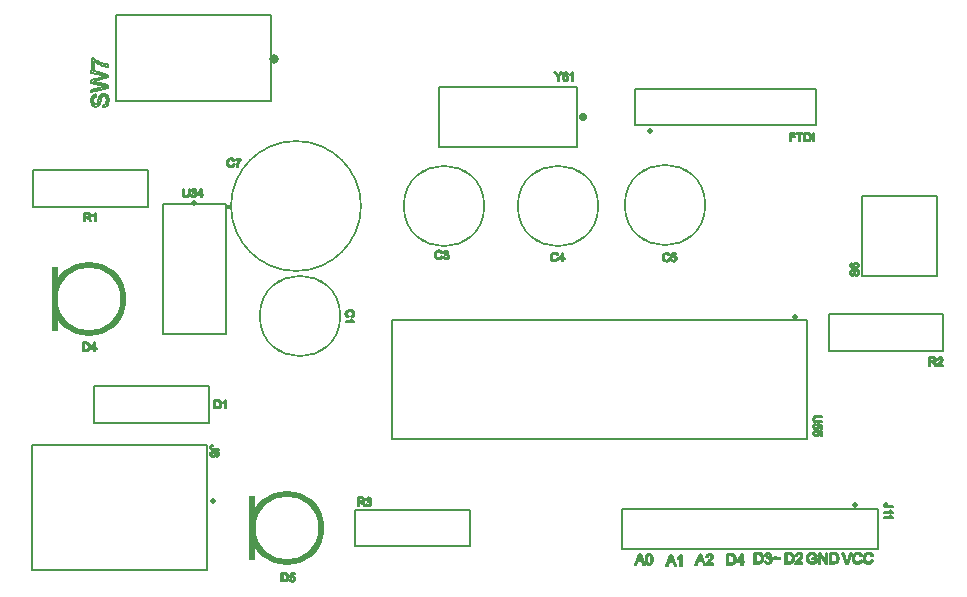
<source format=gto>
%FSLAX33Y33*%
%MOMM*%
%AMRect-W500000-H5400000-RO1.000*
21,1,0.5,5.4,0.,0.,180*%
%ADD10C,0.15*%
%ADD11C,0.2032*%
%ADD12C,0.5*%
%ADD13C,6.3X5.3*%
%ADD14Rect-W500000-H5400000-RO1.000*%
%ADD15C,6.95X6.65*%
%ADD16C,0.5*%
%ADD17C,6.95X6.65*%
%ADD18C,0.7*%
%ADD19C,6.3X5.3*%
%ADD20C,0.5*%
%ADD21C,0.8*%
%ADD22C,11.15X10.85*%
%ADD23C,0.4*%
%ADD24C,6.95X6.65*%
%ADD25C,6.95X6.65*%
D10*
%LNtop silkscreen_traces*%
%LNtop silkscreen component 6490513f982804b2*%
G01*
X78001Y26800D02*
X71599Y26800D01*
X71599Y33650*
X78001Y33650*
X78001Y26800*
D11*
X71359Y27187D02*
X71359Y27187D01*
X71353Y27223*
X71345Y27256*
X71332Y27288*
X71317Y27317*
X71299Y27342*
X71278Y27364*
X71254Y27382*
X71228Y27396*
X71202Y27406*
X71175Y27412*
X71147Y27414*
X71119Y27412*
X71093Y27407*
X71068Y27398*
X71045Y27385*
X71024Y27368*
X71005Y27347*
X70988Y27322*
X70972Y27292*
X70962Y27266*
X70951Y27231*
X70939Y27187*
X70927Y27134*
X70927Y27134*
X70914Y27082*
X70914Y27082*
X70901Y27041*
X70901Y27041*
X70888Y27010*
X70888Y27010*
X70876Y26991*
X70876Y26991*
X70862Y26979*
X70862Y26979*
X70847Y26970*
X70847Y26970*
X70830Y26965*
X70830Y26965*
X70812Y26963*
X70812Y26963*
X70790Y26966*
X70790Y26966*
X70770Y26973*
X70770Y26973*
X70752Y26985*
X70752Y26985*
X70735Y27003*
X70735Y27003*
X70722Y27025*
X70722Y27025*
X70712Y27054*
X70712Y27054*
X70706Y27088*
X70706Y27088*
X70704Y27128*
X70704Y27128*
X70706Y27167*
X70706Y27167*
X70712Y27201*
X70712Y27201*
X70723Y27229*
X70723Y27229*
X70739Y27253*
X70739Y27253*
X70758Y27272*
X70758Y27272*
X70782Y27287*
X70782Y27287*
X70809Y27297*
X70810Y27297*
X70841Y27303*
X70834Y27393*
X70804Y27390*
X70775Y27383*
X70748Y27372*
X70722Y27358*
X70699Y27340*
X70678Y27318*
X70661Y27293*
X70647Y27264*
X70636Y27233*
X70628Y27199*
X70623Y27163*
X70621Y27124*
X70623Y27089*
X70627Y27055*
X70635Y27023*
X70646Y26993*
X70659Y26965*
X70676Y26941*
X70695Y26921*
X70717Y26903*
X70741Y26890*
X70766Y26880*
X70791Y26875*
X70818Y26873*
X70842Y26874*
X70865Y26879*
X70886Y26887*
X70907Y26898*
X70926Y26912*
X70943Y26929*
X70959Y26950*
X70973Y26974*
X70984Y26997*
X70995Y27028*
X71006Y27067*
X71018Y27112*
X71029Y27157*
X71029Y27157*
X71039Y27193*
X71039Y27193*
X71047Y27221*
X71047Y27221*
X71053Y27240*
X71053Y27240*
X71062Y27261*
X71062Y27261*
X71072Y27278*
X71072Y27278*
X71083Y27293*
X71083Y27293*
X71095Y27304*
X71095Y27304*
X71108Y27313*
X71109Y27313*
X71123Y27319*
X71123Y27319*
X71138Y27323*
X71138Y27323*
X71154Y27324*
X71154Y27324*
X71171Y27323*
X71171Y27323*
X71187Y27319*
X71187Y27319*
X71202Y27312*
X71202Y27312*
X71216Y27304*
X71216Y27304*
X71229Y27292*
X71229Y27292*
X71241Y27278*
X71241Y27278*
X71252Y27261*
X71252Y27261*
X71260Y27242*
X71260Y27242*
X71267Y27220*
X71267Y27220*
X71273Y27197*
X71273Y27197*
X71276Y27172*
X71276Y27172*
X71277Y27146*
X71277Y27146*
X71275Y27116*
X71275Y27116*
X71271Y27088*
X71271Y27088*
X71265Y27061*
X71265Y27061*
X71255Y27036*
X71255Y27036*
X71244Y27013*
X71244Y27013*
X71231Y26993*
X71231Y26993*
X71216Y26977*
X71216Y26977*
X71199Y26963*
X71199Y26963*
X71181Y26953*
X71181Y26953*
X71160Y26944*
X71160Y26944*
X71137Y26938*
X71137Y26938*
X71112Y26934*
X71119Y26845*
X71154Y26849*
X71187Y26856*
X71218Y26868*
X71247Y26885*
X71274Y26905*
X71297Y26929*
X71316Y26956*
X71332Y26987*
X71345Y27022*
X71353Y27061*
X71359Y27104*
X71360Y27150*
X71359Y27187*
X71359Y27784D02*
X71359Y27784D01*
X71353Y27814*
X71343Y27842*
X71330Y27868*
X71313Y27892*
X71292Y27913*
X71269Y27932*
X71241Y27948*
X71212Y27960*
X71181Y27970*
X71149Y27975*
X71116Y27977*
X71068Y27973*
X71023Y27961*
X70984Y27942*
X70949Y27915*
X70921Y27883*
X70901Y27847*
X70889Y27808*
X70885Y27766*
X70886Y27741*
X70891Y27717*
X70898Y27693*
X70908Y27670*
X70922Y27648*
X70938Y27628*
X70957Y27609*
X70980Y27592*
X70980Y27591*
X70929Y27593*
X70929Y27593*
X70885Y27598*
X70884Y27598*
X70846Y27606*
X70846Y27606*
X70814Y27616*
X70814Y27616*
X70787Y27630*
X70787Y27630*
X70763Y27645*
X70763Y27645*
X70742Y27662*
X70742Y27662*
X70725Y27682*
X70725Y27682*
X70715Y27699*
X70715Y27699*
X70708Y27716*
X70708Y27717*
X70703Y27736*
X70703Y27736*
X70702Y27756*
X70702Y27756*
X70704Y27781*
X70704Y27781*
X70711Y27804*
X70711Y27804*
X70723Y27825*
X70723Y27825*
X70740Y27844*
X70740Y27844*
X70753Y27855*
X70753Y27855*
X70770Y27863*
X70770Y27863*
X70791Y27871*
X70791Y27871*
X70815Y27878*
X70808Y27964*
X70769Y27956*
X70734Y27943*
X70704Y27924*
X70678Y27900*
X70657Y27871*
X70642Y27838*
X70634Y27802*
X70631Y27761*
X70636Y27708*
X70651Y27660*
X70677Y27618*
X70712Y27582*
X70767Y27548*
X70835Y27524*
X70917Y27510*
X71014Y27505*
X71100Y27509*
X71173Y27522*
X71233Y27544*
X71280Y27574*
X71315Y27611*
X71340Y27654*
X71355Y27701*
X71360Y27753*
X71359Y27784*
X71117Y27606D02*
X71117Y27606D01*
X71139Y27607*
X71161Y27611*
X71183Y27617*
X71204Y27625*
X71223Y27636*
X71240Y27648*
X71255Y27663*
X71267Y27679*
X71277Y27696*
X71283Y27714*
X71287Y27733*
X71289Y27752*
X71286Y27779*
X71278Y27803*
X71263Y27826*
X71244Y27847*
X71219Y27865*
X71191Y27877*
X71158Y27885*
X71122Y27887*
X71087Y27885*
X71055Y27878*
X71028Y27865*
X71005Y27848*
X70986Y27827*
X70973Y27803*
X70965Y27777*
X70962Y27748*
X70965Y27720*
X70973Y27693*
X70986Y27669*
X71005Y27647*
X71028Y27629*
X71054Y27616*
X71084Y27608*
X71117Y27606*
%LNtop silkscreen component f480910f039b092f*%
D10*
X12425Y32950D02*
X17775Y32950D01*
X12425Y32950D02*
X12425Y21900D01*
X17775Y21900*
X17775Y32950*
D11*
X14469Y33516D02*
X14469Y33516D01*
X14513Y33523*
X14552Y33536*
X14587Y33553*
X14616Y33574*
X14640Y33599*
X14660Y33626*
X14674Y33656*
X14685Y33690*
X14693Y33731*
X14697Y33776*
X14699Y33827*
X14699Y34240*
X14605Y34240*
X14605Y33828*
X14605Y33828*
X14602Y33766*
X14602Y33766*
X14594Y33715*
X14594Y33715*
X14580Y33675*
X14580Y33674*
X14561Y33645*
X14561Y33645*
X14535Y33624*
X14534Y33624*
X14501Y33610*
X14501Y33610*
X14460Y33601*
X14460Y33601*
X14411Y33598*
X14411Y33598*
X14382Y33599*
X14382Y33599*
X14355Y33604*
X14355Y33604*
X14330Y33611*
X14330Y33611*
X14308Y33622*
X14308Y33622*
X14288Y33635*
X14288Y33635*
X14272Y33651*
X14272Y33651*
X14258Y33669*
X14258Y33669*
X14248Y33690*
X14248Y33690*
X14240Y33715*
X14240Y33715*
X14235Y33747*
X14235Y33747*
X14232Y33784*
X14232Y33784*
X14231Y33828*
X14231Y33828*
X14231Y34240*
X14137Y34240*
X14137Y33827*
X14139Y33773*
X14144Y33726*
X14152Y33684*
X14164Y33648*
X14180Y33617*
X14201Y33590*
X14226Y33567*
X14255Y33548*
X14289Y33533*
X14328Y33522*
X14372Y33515*
X14420Y33513*
X14469Y33516*
X15099Y33517D02*
X15099Y33517D01*
X15145Y33529*
X15186Y33549*
X15222Y33578*
X15252Y33612*
X15273Y33650*
X15286Y33691*
X15290Y33736*
X15288Y33770*
X15281Y33800*
X15270Y33827*
X15255Y33852*
X15236Y33873*
X15213Y33890*
X15187Y33903*
X15156Y33912*
X15156Y33913*
X15180Y33925*
X15199Y33939*
X15216Y33956*
X15230Y33974*
X15241Y33993*
X15249Y34014*
X15253Y34035*
X15255Y34058*
X15253Y34082*
X15248Y34105*
X15240Y34128*
X15229Y34150*
X15214Y34170*
X15197Y34189*
X15177Y34204*
X15154Y34218*
X15129Y34229*
X15102Y34237*
X15075Y34242*
X15046Y34243*
X15005Y34240*
X14968Y34231*
X14935Y34216*
X14904Y34195*
X14878Y34168*
X14858Y34136*
X14842Y34100*
X14831Y34059*
X14918Y34043*
X14925Y34073*
X14925Y34073*
X14934Y34099*
X14934Y34099*
X14947Y34121*
X14947Y34121*
X14962Y34140*
X14962Y34140*
X14980Y34154*
X14980Y34154*
X15001Y34164*
X15001Y34164*
X15023Y34170*
X15023Y34170*
X15048Y34172*
X15048Y34172*
X15073Y34170*
X15073Y34170*
X15095Y34164*
X15095Y34164*
X15115Y34154*
X15115Y34154*
X15133Y34140*
X15133Y34140*
X15147Y34123*
X15147Y34123*
X15157Y34104*
X15157Y34104*
X15164Y34083*
X15164Y34083*
X15166Y34060*
X15166Y34060*
X15163Y34031*
X15163Y34031*
X15154Y34006*
X15154Y34006*
X15140Y33986*
X15140Y33986*
X15121Y33969*
X15121Y33969*
X15097Y33956*
X15097Y33956*
X15073Y33947*
X15073Y33947*
X15047Y33941*
X15047Y33941*
X15019Y33940*
X15019Y33940*
X15016Y33940*
X15016Y33940*
X15013Y33940*
X15013Y33940*
X15009Y33940*
X15009Y33940*
X15005Y33940*
X14996Y33865*
X15013Y33869*
X15013Y33869*
X15029Y33872*
X15029Y33872*
X15044Y33874*
X15044Y33874*
X15057Y33874*
X15057Y33874*
X15087Y33872*
X15087Y33872*
X15113Y33864*
X15113Y33864*
X15137Y33852*
X15137Y33852*
X15158Y33835*
X15158Y33835*
X15176Y33814*
X15176Y33814*
X15188Y33790*
X15188Y33790*
X15195Y33764*
X15195Y33763*
X15198Y33734*
X15198Y33734*
X15195Y33704*
X15195Y33704*
X15187Y33676*
X15187Y33676*
X15174Y33651*
X15174Y33650*
X15155Y33628*
X15155Y33628*
X15132Y33609*
X15132Y33609*
X15107Y33595*
X15107Y33595*
X15080Y33587*
X15080Y33587*
X15050Y33585*
X15050Y33585*
X15025Y33587*
X15025Y33587*
X15002Y33593*
X15001Y33593*
X14980Y33603*
X14980Y33603*
X14961Y33618*
X14961Y33618*
X14944Y33637*
X14944Y33637*
X14930Y33661*
X14930Y33661*
X14918Y33691*
X14918Y33691*
X14909Y33725*
X14823Y33714*
X14830Y33671*
X14845Y33633*
X14866Y33599*
X14893Y33569*
X14926Y33544*
X14963Y33527*
X15004Y33516*
X15049Y33513*
X15099Y33517*
X15747Y33697D02*
X15747Y33697D01*
X15747Y33697*
X15843Y33697*
X15843Y33776*
X15747Y33776*
X15747Y33777*
X15747Y34240*
X15676Y34240*
X15349Y33777*
X15349Y33697*
X15660Y33697*
X15660Y33697*
X15660Y33526*
X15747Y33526*
X15747Y33697*
X15659Y34098D02*
X15659Y34098D01*
X15436Y33777*
X15659Y33777*
X15659Y34098*
D12*
X15100Y33033D03*
%LNtop silkscreen component 11ce9e1fae5125d4*%
D11*
X22753Y0976D02*
X22753Y0976D01*
X22782Y0979*
X22810Y0982*
X22836Y0988*
X22860Y0995*
X22882Y1003*
X22903Y1012*
X22921Y1024*
X22939Y1036*
X22955Y1052*
X22971Y1069*
X22986Y1088*
X23001Y1110*
X23014Y1135*
X23025Y1162*
X23035Y1192*
X23044Y1225*
X23050Y1260*
X23053Y1297*
X23054Y1337*
X23053Y1383*
X23047Y1427*
X23038Y1468*
X23026Y1507*
X23010Y1542*
X22991Y1575*
X22968Y1603*
X22942Y1629*
X22919Y1646*
X22894Y1660*
X22866Y1672*
X22837Y1680*
X22812Y1685*
X22783Y1688*
X22749Y1690*
X22710Y1690*
X22463Y1690*
X22463Y0976*
X22721Y0976*
X22753Y0976*
X22558Y1059D02*
X22558Y1059D01*
X22711Y1059*
X22744Y1060*
X22774Y1063*
X22800Y1067*
X22822Y1073*
X22841Y1080*
X22858Y1089*
X22873Y1098*
X22886Y1110*
X22902Y1128*
X22916Y1149*
X22928Y1173*
X22938Y1200*
X22947Y1230*
X22952Y1263*
X22956Y1299*
X22957Y1338*
X22955Y1391*
X22948Y1438*
X22936Y1477*
X22920Y1511*
X22901Y1539*
X22879Y1561*
X22856Y1579*
X22831Y1592*
X22809Y1598*
X22781Y1603*
X22747Y1605*
X22708Y1606*
X22558Y1606*
X22558Y1059*
X23436Y0969D02*
X23436Y0969D01*
X23486Y0985*
X23530Y1012*
X23567Y1050*
X23592Y1087*
X23609Y1127*
X23620Y1171*
X23624Y1218*
X23620Y1266*
X23608Y1310*
X23587Y1350*
X23559Y1384*
X23525Y1413*
X23488Y1433*
X23446Y1445*
X23401Y1449*
X23367Y1446*
X23332Y1438*
X23299Y1424*
X23266Y1404*
X23266Y1404*
X23304Y1597*
X23305Y1598*
X23590Y1598*
X23590Y1681*
X23235Y1681*
X23166Y1314*
X23247Y1303*
X23258Y1318*
X23258Y1318*
X23270Y1331*
X23271Y1331*
X23285Y1343*
X23285Y1343*
X23301Y1353*
X23301Y1353*
X23319Y1362*
X23319Y1362*
X23337Y1368*
X23338Y1368*
X23357Y1371*
X23357Y1371*
X23378Y1372*
X23378Y1372*
X23411Y1370*
X23411Y1370*
X23440Y1362*
X23440Y1362*
X23466Y1348*
X23466Y1348*
X23489Y1329*
X23489Y1329*
X23508Y1305*
X23508Y1305*
X23521Y1277*
X23521Y1277*
X23529Y1246*
X23529Y1246*
X23531Y1210*
X23531Y1210*
X23529Y1172*
X23529Y1172*
X23520Y1138*
X23520Y1138*
X23507Y1109*
X23507Y1109*
X23487Y1083*
X23487Y1083*
X23464Y1062*
X23464Y1062*
X23438Y1047*
X23438Y1047*
X23410Y1038*
X23410Y1038*
X23380Y1035*
X23379Y1035*
X23354Y1037*
X23354Y1037*
X23330Y1043*
X23330Y1043*
X23309Y1054*
X23309Y1054*
X23289Y1069*
X23289Y1069*
X23272Y1088*
X23272Y1088*
X23258Y1111*
X23258Y1111*
X23248Y1139*
X23248Y1139*
X23241Y1170*
X23150Y1162*
X23158Y1120*
X23172Y1081*
X23193Y1047*
X23220Y1018*
X23253Y0994*
X23291Y0977*
X23333Y0967*
X23379Y0963*
X23436Y0969*
D13*
X22900Y5500D03*
D14*
X20000Y5500D03*
%LNtop silkscreen component 6e5ab65975b1d4d0*%
D10*
X78510Y23589D02*
X78510Y20498D01*
X68790Y20498*
X68790Y23589*
X78510Y23589*
D11*
X77399Y19563D02*
X77399Y19563D01*
X77399Y19564*
X77509Y19564*
X77509Y19564*
X77526Y19564*
X77526Y19564*
X77541Y19563*
X77541Y19563*
X77552Y19562*
X77553Y19562*
X77562Y19560*
X77562Y19560*
X77573Y19557*
X77573Y19557*
X77584Y19553*
X77584Y19553*
X77595Y19548*
X77595Y19548*
X77605Y19541*
X77605Y19541*
X77616Y19533*
X77616Y19533*
X77628Y19522*
X77628Y19522*
X77640Y19509*
X77640Y19509*
X77653Y19493*
X77653Y19493*
X77668Y19474*
X77668Y19474*
X77684Y19452*
X77684Y19451*
X77702Y19425*
X77702Y19425*
X77722Y19395*
X77722Y19395*
X77816Y19246*
X77934Y19246*
X77810Y19440*
X77792Y19467*
X77772Y19492*
X77752Y19515*
X77732Y19535*
X77721Y19544*
X77708Y19553*
X77692Y19562*
X77674Y19571*
X77675Y19572*
X77723Y19581*
X77764Y19595*
X77799Y19614*
X77827Y19638*
X77849Y19665*
X77864Y19696*
X77873Y19729*
X77876Y19766*
X77874Y19795*
X77869Y19822*
X77859Y19849*
X77846Y19874*
X77830Y19896*
X77812Y19915*
X77791Y19930*
X77767Y19941*
X77739Y19950*
X77706Y19956*
X77667Y19960*
X77622Y19961*
X77305Y19961*
X77305Y19246*
X77399Y19246*
X77399Y19563*
X77399Y19645D02*
X77399Y19645D01*
X77603Y19645*
X77633Y19646*
X77661Y19649*
X77684Y19653*
X77704Y19659*
X77722Y19666*
X77737Y19676*
X77749Y19688*
X77760Y19702*
X77768Y19717*
X77774Y19733*
X77778Y19749*
X77779Y19766*
X77777Y19790*
X77770Y19812*
X77758Y19832*
X77742Y19849*
X77721Y19864*
X77695Y19874*
X77663Y19880*
X77626Y19882*
X77399Y19882*
X77399Y19645*
X78451Y19329D02*
X78451Y19329D01*
X78100Y19329*
X78100Y19330*
X78108Y19342*
X78108Y19342*
X78117Y19354*
X78117Y19354*
X78126Y19366*
X78126Y19366*
X78137Y19378*
X78137Y19378*
X78152Y19392*
X78152Y19392*
X78174Y19412*
X78174Y19412*
X78203Y19437*
X78203Y19437*
X78239Y19468*
X78283Y19506*
X78320Y19539*
X78350Y19569*
X78374Y19594*
X78393Y19617*
X78409Y19639*
X78422Y19660*
X78432Y19681*
X78440Y19702*
X78446Y19723*
X78449Y19744*
X78450Y19765*
X78446Y19806*
X78435Y19843*
X78416Y19876*
X78390Y19907*
X78357Y19932*
X78319Y19949*
X78276Y19960*
X78227Y19964*
X78179Y19960*
X78136Y19950*
X78098Y19934*
X78065Y19911*
X78038Y19881*
X78017Y19846*
X78003Y19805*
X77995Y19758*
X78085Y19748*
X78087Y19780*
X78087Y19780*
X78095Y19808*
X78095Y19808*
X78107Y19833*
X78107Y19833*
X78123Y19854*
X78123Y19854*
X78144Y19870*
X78144Y19870*
X78168Y19882*
X78168Y19882*
X78195Y19890*
X78195Y19890*
X78225Y19892*
X78225Y19892*
X78254Y19890*
X78254Y19890*
X78280Y19883*
X78280Y19883*
X78303Y19872*
X78303Y19872*
X78323Y19856*
X78323Y19856*
X78340Y19837*
X78340Y19837*
X78351Y19816*
X78351Y19816*
X78358Y19793*
X78358Y19793*
X78361Y19767*
X78361Y19767*
X78358Y19742*
X78358Y19742*
X78350Y19716*
X78350Y19716*
X78337Y19689*
X78337Y19689*
X78320Y19661*
X78320Y19661*
X78294Y19631*
X78294Y19631*
X78260Y19595*
X78260Y19595*
X78215Y19555*
X78215Y19555*
X78162Y19510*
X78162Y19510*
X78126Y19480*
X78095Y19452*
X78069Y19426*
X78047Y19401*
X78028Y19378*
X78012Y19354*
X77999Y19330*
X77989Y19306*
X77984Y19291*
X77981Y19276*
X77979Y19261*
X77979Y19246*
X78451Y19246*
X78451Y19329*
%LNtop silkscreen component bb6f99e9ce0ecad2*%
D10*
X1440Y32680D02*
X1440Y35770D01*
X11160Y35770*
X11160Y32680*
X1440Y32680*
D11*
X5849Y31788D02*
X5849Y31788D01*
X5849Y31789*
X5959Y31789*
X5959Y31789*
X5976Y31789*
X5976Y31789*
X5991Y31788*
X5991Y31788*
X6002Y31787*
X6003Y31787*
X6012Y31785*
X6012Y31785*
X6023Y31782*
X6023Y31782*
X6034Y31778*
X6034Y31778*
X6045Y31773*
X6045Y31773*
X6055Y31766*
X6055Y31766*
X6066Y31758*
X6066Y31758*
X6078Y31747*
X6078Y31747*
X6090Y31734*
X6090Y31734*
X6103Y31718*
X6103Y31718*
X6118Y31699*
X6118Y31699*
X6134Y31677*
X6134Y31676*
X6152Y31650*
X6152Y31650*
X6172Y31620*
X6172Y31620*
X6266Y31471*
X6384Y31471*
X6260Y31665*
X6242Y31692*
X6222Y31717*
X6202Y31740*
X6182Y31760*
X6171Y31769*
X6158Y31778*
X6142Y31787*
X6124Y31796*
X6125Y31797*
X6173Y31806*
X6214Y31820*
X6249Y31839*
X6277Y31863*
X6299Y31890*
X6314Y31921*
X6323Y31954*
X6326Y31991*
X6324Y32020*
X6319Y32047*
X6309Y32074*
X6296Y32099*
X6280Y32121*
X6262Y32140*
X6241Y32155*
X6217Y32166*
X6189Y32175*
X6156Y32181*
X6117Y32185*
X6072Y32186*
X5755Y32186*
X5755Y31471*
X5849Y31471*
X5849Y31788*
X5849Y31870D02*
X5849Y31870D01*
X6053Y31870*
X6083Y31871*
X6111Y31874*
X6134Y31878*
X6154Y31884*
X6172Y31891*
X6187Y31901*
X6199Y31913*
X6210Y31927*
X6218Y31942*
X6224Y31958*
X6228Y31974*
X6229Y31991*
X6227Y32015*
X6220Y32037*
X6208Y32057*
X6192Y32074*
X6171Y32089*
X6145Y32099*
X6113Y32105*
X6076Y32107*
X5849Y32107*
X5849Y31870*
X6770Y32189D02*
X6770Y32189D01*
X6714Y32189*
X6701Y32166*
X6701Y32165*
X6683Y32142*
X6683Y32142*
X6662Y32118*
X6662Y32118*
X6636Y32093*
X6636Y32093*
X6607Y32069*
X6607Y32069*
X6576Y32047*
X6576Y32047*
X6543Y32027*
X6543Y32027*
X6507Y32009*
X6507Y31925*
X6528Y31933*
X6550Y31944*
X6574Y31956*
X6599Y31970*
X6624Y31985*
X6646Y32001*
X6665Y32016*
X6683Y32031*
X6683Y32031*
X6683Y31471*
X6770Y31471*
X6770Y32189*
%LNtop silkscreen component b08b925ae5f00e7d*%
X45651Y28092D02*
X45651Y28092D01*
X45700Y28104*
X45745Y28123*
X45786Y28149*
X45822Y28184*
X45851Y28224*
X45875Y28272*
X45893Y28327*
X45799Y28350*
X45787Y28308*
X45787Y28308*
X45771Y28272*
X45771Y28271*
X45750Y28240*
X45750Y28240*
X45724Y28214*
X45724Y28214*
X45695Y28194*
X45695Y28194*
X45663Y28180*
X45663Y28180*
X45628Y28171*
X45628Y28171*
X45589Y28168*
X45589Y28168*
X45557Y28170*
X45557Y28170*
X45526Y28177*
X45526Y28177*
X45496Y28187*
X45496Y28187*
X45467Y28202*
X45467Y28202*
X45441Y28221*
X45441Y28221*
X45419Y28244*
X45418Y28245*
X45400Y28272*
X45400Y28272*
X45384Y28304*
X45384Y28304*
X45373Y28340*
X45373Y28340*
X45364Y28378*
X45364Y28378*
X45359Y28420*
X45359Y28420*
X45358Y28464*
X45358Y28464*
X45359Y28499*
X45359Y28499*
X45363Y28534*
X45363Y28534*
X45370Y28568*
X45370Y28568*
X45380Y28601*
X45380Y28601*
X45394Y28633*
X45394Y28633*
X45411Y28661*
X45411Y28661*
X45433Y28686*
X45433Y28686*
X45458Y28708*
X45458Y28708*
X45488Y28725*
X45488Y28725*
X45521Y28738*
X45521Y28738*
X45557Y28745*
X45557Y28745*
X45597Y28747*
X45597Y28747*
X45631Y28745*
X45631Y28745*
X45662Y28739*
X45662Y28739*
X45691Y28727*
X45691Y28727*
X45716Y28712*
X45716Y28712*
X45738Y28691*
X45738Y28691*
X45758Y28665*
X45758Y28665*
X45775Y28634*
X45775Y28634*
X45788Y28598*
X45881Y28620*
X45864Y28666*
X45841Y28707*
X45813Y28743*
X45779Y28773*
X45740Y28797*
X45697Y28814*
X45650Y28824*
X45599Y28828*
X45552Y28825*
X45508Y28817*
X45466Y28803*
X45425Y28784*
X45388Y28760*
X45355Y28731*
X45327Y28697*
X45304Y28658*
X45285Y28615*
X45272Y28568*
X45264Y28517*
X45261Y28463*
X45264Y28413*
X45271Y28364*
X45282Y28317*
X45299Y28272*
X45320Y28230*
X45345Y28193*
X45375Y28161*
X45409Y28135*
X45448Y28115*
X45492Y28100*
X45542Y28091*
X45597Y28088*
X45651Y28092*
X46344Y28272D02*
X46344Y28272D01*
X46344Y28272*
X46440Y28272*
X46440Y28351*
X46344Y28351*
X46344Y28352*
X46344Y28815*
X46273Y28815*
X45946Y28352*
X45946Y28272*
X46256Y28272*
X46257Y28272*
X46257Y28101*
X46344Y28101*
X46344Y28272*
X46256Y28673D02*
X46256Y28673D01*
X46033Y28352*
X46256Y28352*
X46256Y28673*
D15*
X45900Y32775D03*
%LNtop silkscreen component 6b69e33c7ffc047c*%
D10*
X1375Y12550D02*
X16200Y12550D01*
X16200Y1925*
X1375Y1925*
X1375Y12550*
D11*
X16440Y12298D02*
X16440Y12298D01*
X16445Y12270*
X16453Y12243*
X16464Y12218*
X16478Y12197*
X16496Y12178*
X16516Y12162*
X16539Y12150*
X16566Y12140*
X16598Y12134*
X16636Y12130*
X16678Y12128*
X17165Y12128*
X17165Y12222*
X16673Y12222*
X16673Y12222*
X16644Y12222*
X16644Y12222*
X16619Y12224*
X16619Y12224*
X16599Y12227*
X16599Y12227*
X16583Y12232*
X16583Y12232*
X16570Y12238*
X16569Y12238*
X16558Y12246*
X16558Y12246*
X16547Y12255*
X16547Y12256*
X16538Y12267*
X16538Y12268*
X16531Y12281*
X16531Y12281*
X16526Y12296*
X16526Y12296*
X16523Y12312*
X16523Y12312*
X16522Y12329*
X16522Y12329*
X16524Y12352*
X16524Y12352*
X16529Y12373*
X16529Y12373*
X16539Y12390*
X16539Y12390*
X16552Y12405*
X16552Y12405*
X16571Y12418*
X16571Y12418*
X16596Y12427*
X16596Y12427*
X16627Y12433*
X16627Y12433*
X16664Y12436*
X16653Y12521*
X16603Y12518*
X16560Y12510*
X16523Y12494*
X16492Y12473*
X16469Y12445*
X16452Y12412*
X16442Y12373*
X16438Y12329*
X16440Y12298*
X16440Y11733D02*
X16440Y11733D01*
X16446Y11703*
X16456Y11675*
X16469Y11649*
X16486Y11625*
X16506Y11604*
X16530Y11585*
X16557Y11569*
X16587Y11557*
X16618Y11547*
X16649Y11542*
X16682Y11540*
X16731Y11544*
X16775Y11556*
X16815Y11575*
X16849Y11602*
X16878Y11634*
X16898Y11670*
X16910Y11709*
X16914Y11751*
X16912Y11776*
X16908Y11800*
X16901Y11824*
X16890Y11847*
X16877Y11869*
X16861Y11889*
X16841Y11908*
X16819Y11925*
X16819Y11925*
X16870Y11924*
X16870Y11924*
X16914Y11919*
X16914Y11919*
X16953Y11911*
X16953Y11911*
X16985Y11901*
X16985Y11901*
X17012Y11887*
X17012Y11887*
X17036Y11872*
X17036Y11872*
X17057Y11855*
X17057Y11855*
X17073Y11835*
X17073Y11835*
X17084Y11818*
X17084Y11818*
X17091Y11801*
X17091Y11800*
X17096Y11781*
X17096Y11781*
X17097Y11761*
X17097Y11761*
X17095Y11736*
X17095Y11736*
X17088Y11713*
X17088Y11713*
X17076Y11692*
X17076Y11692*
X17059Y11673*
X17059Y11673*
X17046Y11662*
X17046Y11662*
X17029Y11654*
X17029Y11654*
X17008Y11646*
X17008Y11646*
X16984Y11639*
X16991Y11553*
X17030Y11561*
X17065Y11574*
X17095Y11593*
X17121Y11617*
X17142Y11646*
X17156Y11679*
X17165Y11715*
X17168Y11756*
X17163Y11809*
X17148Y11857*
X17122Y11899*
X17086Y11935*
X17032Y11969*
X16964Y11993*
X16882Y12007*
X16785Y12012*
X16699Y12008*
X16626Y11995*
X16566Y11973*
X16519Y11943*
X16484Y11906*
X16458Y11863*
X16443Y11816*
X16438Y11764*
X16440Y11733*
X16682Y11911D02*
X16682Y11911D01*
X16659Y11910*
X16637Y11906*
X16616Y11900*
X16595Y11892*
X16576Y11881*
X16558Y11869*
X16544Y11854*
X16532Y11838*
X16522Y11821*
X16515Y11803*
X16511Y11784*
X16510Y11765*
X16513Y11738*
X16521Y11714*
X16535Y11691*
X16555Y11670*
X16579Y11652*
X16608Y11640*
X16640Y11632*
X16677Y11630*
X16712Y11632*
X16743Y11639*
X16771Y11652*
X16794Y11669*
X16813Y11690*
X16826Y11714*
X16834Y11740*
X16837Y11769*
X16834Y11797*
X16826Y11824*
X16813Y11848*
X16794Y11870*
X16771Y11888*
X16745Y11901*
X16715Y11909*
X16682Y11911*
D16*
X16675Y7750D03*
%LNtop silkscreen component 82a621994e19bc83*%
D11*
X55126Y28067D02*
X55126Y28067D01*
X55175Y28079*
X55220Y28098*
X55261Y28124*
X55297Y28159*
X55326Y28199*
X55350Y28247*
X55368Y28302*
X55274Y28325*
X55262Y28283*
X55262Y28283*
X55246Y28247*
X55246Y28246*
X55225Y28215*
X55225Y28215*
X55199Y28189*
X55199Y28189*
X55170Y28169*
X55170Y28169*
X55138Y28155*
X55138Y28155*
X55103Y28146*
X55103Y28146*
X55064Y28143*
X55064Y28143*
X55032Y28145*
X55032Y28145*
X55001Y28152*
X55001Y28152*
X54971Y28162*
X54971Y28162*
X54942Y28177*
X54942Y28177*
X54916Y28196*
X54916Y28196*
X54894Y28219*
X54893Y28220*
X54875Y28247*
X54875Y28247*
X54859Y28279*
X54859Y28279*
X54848Y28315*
X54848Y28315*
X54839Y28353*
X54839Y28353*
X54834Y28395*
X54834Y28395*
X54833Y28439*
X54833Y28439*
X54834Y28474*
X54834Y28474*
X54838Y28509*
X54838Y28509*
X54845Y28543*
X54845Y28543*
X54855Y28576*
X54855Y28576*
X54869Y28608*
X54869Y28608*
X54886Y28636*
X54886Y28636*
X54908Y28661*
X54908Y28661*
X54933Y28683*
X54933Y28683*
X54963Y28700*
X54963Y28700*
X54996Y28713*
X54996Y28713*
X55032Y28720*
X55032Y28720*
X55072Y28722*
X55072Y28722*
X55106Y28720*
X55106Y28720*
X55137Y28714*
X55137Y28714*
X55166Y28702*
X55166Y28702*
X55191Y28687*
X55191Y28687*
X55213Y28666*
X55213Y28666*
X55233Y28640*
X55233Y28640*
X55250Y28609*
X55250Y28609*
X55263Y28573*
X55356Y28595*
X55339Y28641*
X55316Y28682*
X55288Y28718*
X55254Y28748*
X55215Y28772*
X55172Y28789*
X55125Y28799*
X55074Y28803*
X55027Y28800*
X54983Y28792*
X54941Y28778*
X54900Y28759*
X54863Y28735*
X54830Y28706*
X54802Y28672*
X54779Y28633*
X54760Y28590*
X54747Y28543*
X54739Y28492*
X54736Y28438*
X54739Y28388*
X54746Y28339*
X54757Y28292*
X54774Y28247*
X54795Y28205*
X54820Y28168*
X54850Y28136*
X54884Y28110*
X54923Y28090*
X54967Y28075*
X55017Y28066*
X55072Y28063*
X55126Y28067*
X55736Y28069D02*
X55736Y28069D01*
X55786Y28085*
X55830Y28112*
X55867Y28150*
X55892Y28187*
X55909Y28227*
X55920Y28271*
X55924Y28318*
X55920Y28366*
X55908Y28410*
X55887Y28450*
X55859Y28484*
X55825Y28513*
X55788Y28533*
X55746Y28545*
X55701Y28549*
X55667Y28546*
X55632Y28538*
X55599Y28524*
X55566Y28504*
X55566Y28504*
X55604Y28697*
X55605Y28698*
X55890Y28698*
X55890Y28781*
X55535Y28781*
X55466Y28414*
X55547Y28403*
X55558Y28418*
X55558Y28418*
X55570Y28431*
X55571Y28431*
X55585Y28443*
X55585Y28443*
X55601Y28453*
X55601Y28453*
X55619Y28462*
X55619Y28462*
X55637Y28468*
X55638Y28468*
X55657Y28471*
X55657Y28471*
X55678Y28472*
X55678Y28472*
X55711Y28470*
X55711Y28470*
X55740Y28462*
X55740Y28462*
X55766Y28448*
X55766Y28448*
X55789Y28429*
X55789Y28429*
X55808Y28405*
X55808Y28405*
X55821Y28377*
X55821Y28377*
X55829Y28346*
X55829Y28346*
X55831Y28310*
X55831Y28310*
X55829Y28272*
X55829Y28272*
X55820Y28238*
X55820Y28238*
X55807Y28209*
X55807Y28209*
X55787Y28183*
X55787Y28183*
X55764Y28162*
X55764Y28162*
X55738Y28147*
X55738Y28147*
X55710Y28138*
X55710Y28138*
X55680Y28135*
X55679Y28135*
X55654Y28137*
X55654Y28137*
X55630Y28143*
X55630Y28143*
X55609Y28154*
X55609Y28154*
X55589Y28169*
X55589Y28169*
X55572Y28188*
X55572Y28188*
X55558Y28211*
X55558Y28211*
X55548Y28239*
X55548Y28239*
X55541Y28270*
X55450Y28262*
X55458Y28220*
X55472Y28181*
X55493Y28147*
X55520Y28118*
X55553Y28094*
X55591Y28077*
X55633Y28067*
X55679Y28063*
X55736Y28069*
D17*
X54975Y32825D03*
%LNtop silkscreen component b3c45411f0ca8f9b*%
D10*
X47525Y42800D02*
X47525Y37750D01*
X35775Y37750*
X35775Y42800*
X47525Y42800*
D11*
X45948Y43678D02*
X45948Y43678D01*
X45948Y43678*
X46233Y44090*
X46124Y44090*
X45986Y43880*
X45963Y43846*
X45943Y43813*
X45924Y43783*
X45907Y43753*
X45907Y43753*
X45889Y43784*
X45872Y43814*
X45853Y43844*
X45834Y43875*
X45693Y44090*
X45579Y44090*
X45854Y43678*
X45854Y43678*
X45854Y43376*
X45948Y43376*
X45948Y43678*
X46559Y43365D02*
X46559Y43365D01*
X46589Y43371*
X46617Y43381*
X46643Y43394*
X46667Y43411*
X46688Y43431*
X46707Y43455*
X46723Y43482*
X46735Y43512*
X46745Y43543*
X46750Y43574*
X46752Y43607*
X46748Y43656*
X46736Y43700*
X46717Y43740*
X46690Y43774*
X46658Y43803*
X46622Y43823*
X46583Y43835*
X46541Y43839*
X46516Y43837*
X46492Y43833*
X46468Y43826*
X46445Y43815*
X46423Y43802*
X46403Y43786*
X46384Y43766*
X46367Y43744*
X46366Y43744*
X46368Y43795*
X46368Y43795*
X46373Y43839*
X46373Y43839*
X46381Y43878*
X46381Y43878*
X46391Y43910*
X46391Y43910*
X46405Y43937*
X46405Y43937*
X46420Y43961*
X46420Y43961*
X46437Y43982*
X46437Y43982*
X46457Y43998*
X46457Y43998*
X46474Y44009*
X46474Y44009*
X46491Y44016*
X46492Y44016*
X46511Y44021*
X46511Y44021*
X46531Y44022*
X46531Y44022*
X46556Y44020*
X46556Y44020*
X46579Y44013*
X46579Y44013*
X46600Y44001*
X46600Y44001*
X46619Y43984*
X46619Y43984*
X46630Y43971*
X46630Y43971*
X46638Y43954*
X46638Y43954*
X46646Y43933*
X46646Y43933*
X46653Y43909*
X46739Y43916*
X46731Y43955*
X46718Y43990*
X46699Y44020*
X46675Y44046*
X46646Y44067*
X46613Y44081*
X46577Y44090*
X46536Y44093*
X46483Y44088*
X46435Y44073*
X46393Y44047*
X46357Y44011*
X46323Y43957*
X46299Y43889*
X46285Y43807*
X46280Y43710*
X46284Y43624*
X46297Y43551*
X46319Y43491*
X46349Y43444*
X46386Y43409*
X46429Y43383*
X46476Y43368*
X46528Y43363*
X46559Y43365*
X46381Y43607D02*
X46381Y43607D01*
X46382Y43584*
X46386Y43562*
X46392Y43541*
X46400Y43520*
X46411Y43501*
X46423Y43483*
X46438Y43469*
X46454Y43457*
X46471Y43447*
X46489Y43440*
X46508Y43436*
X46527Y43435*
X46554Y43438*
X46578Y43446*
X46601Y43460*
X46622Y43480*
X46640Y43504*
X46652Y43533*
X46660Y43565*
X46662Y43602*
X46660Y43637*
X46653Y43668*
X46640Y43696*
X46623Y43719*
X46602Y43738*
X46578Y43751*
X46552Y43759*
X46523Y43762*
X46495Y43759*
X46468Y43751*
X46444Y43738*
X46422Y43719*
X46404Y43696*
X46391Y43670*
X46383Y43640*
X46381Y43607*
X47170Y44093D02*
X47170Y44093D01*
X47114Y44093*
X47101Y44070*
X47101Y44070*
X47083Y44046*
X47083Y44046*
X47062Y44022*
X47062Y44022*
X47036Y43998*
X47036Y43998*
X47008Y43974*
X47008Y43974*
X46976Y43952*
X46976Y43952*
X46943Y43932*
X46943Y43932*
X46908Y43914*
X46908Y43830*
X46928Y43838*
X46950Y43848*
X46974Y43861*
X46999Y43875*
X47024Y43890*
X47046Y43905*
X47065Y43920*
X47083Y43936*
X47083Y43935*
X47083Y43376*
X47170Y43376*
X47170Y44093*
D18*
X48025Y40275D03*
%LNtop silkscreen component 1ef9996777da8726*%
D11*
X5953Y20501D02*
X5953Y20501D01*
X5982Y20504*
X6010Y20507*
X6036Y20513*
X6060Y20520*
X6082Y20528*
X6103Y20537*
X6121Y20549*
X6139Y20561*
X6155Y20577*
X6171Y20594*
X6186Y20613*
X6201Y20635*
X6214Y20660*
X6225Y20687*
X6235Y20717*
X6244Y20750*
X6250Y20785*
X6253Y20822*
X6254Y20862*
X6253Y20908*
X6247Y20952*
X6238Y20993*
X6226Y21032*
X6210Y21067*
X6191Y21100*
X6168Y21128*
X6142Y21154*
X6119Y21171*
X6094Y21185*
X6066Y21197*
X6037Y21205*
X6012Y21210*
X5983Y21213*
X5949Y21215*
X5910Y21215*
X5663Y21215*
X5663Y20501*
X5921Y20501*
X5953Y20501*
X5758Y20584D02*
X5758Y20584D01*
X5911Y20584*
X5944Y20585*
X5974Y20588*
X6000Y20592*
X6022Y20598*
X6041Y20605*
X6058Y20614*
X6073Y20623*
X6086Y20635*
X6102Y20653*
X6116Y20674*
X6128Y20698*
X6138Y20725*
X6147Y20755*
X6152Y20788*
X6156Y20824*
X6157Y20863*
X6155Y20916*
X6148Y20963*
X6136Y21002*
X6120Y21036*
X6101Y21064*
X6079Y21086*
X6056Y21104*
X6031Y21117*
X6009Y21123*
X5981Y21128*
X5947Y21130*
X5908Y21131*
X5758Y21131*
X5758Y20584*
X6719Y20672D02*
X6719Y20672D01*
X6719Y20672*
X6815Y20672*
X6815Y20751*
X6719Y20751*
X6719Y20752*
X6719Y21215*
X6648Y21215*
X6321Y20752*
X6321Y20672*
X6631Y20672*
X6632Y20672*
X6632Y20501*
X6719Y20501*
X6719Y20672*
X6631Y21073D02*
X6631Y21073D01*
X6408Y20752*
X6631Y20752*
X6631Y21073*
D19*
X6200Y24925D03*
D14*
X3300Y24925D03*
%LNtop silkscreen component 6e01d915a41af154*%
D10*
X16310Y17495D02*
X16310Y14405D01*
X6590Y14405*
X6590Y17495*
X16310Y17495*
D11*
X17068Y15622D02*
X17068Y15622D01*
X17097Y15624*
X17125Y15628*
X17151Y15633*
X17175Y15640*
X17197Y15648*
X17218Y15658*
X17236Y15669*
X17254Y15682*
X17270Y15697*
X17286Y15714*
X17301Y15734*
X17316Y15756*
X17329Y15780*
X17340Y15808*
X17350Y15838*
X17359Y15870*
X17365Y15905*
X17368Y15943*
X17369Y15982*
X17368Y16029*
X17362Y16073*
X17353Y16114*
X17341Y16152*
X17325Y16188*
X17306Y16220*
X17283Y16249*
X17257Y16274*
X17234Y16291*
X17209Y16306*
X17181Y16317*
X17152Y16325*
X17127Y16330*
X17098Y16333*
X17064Y16335*
X17025Y16336*
X16778Y16336*
X16778Y15621*
X17036Y15621*
X17068Y15622*
X16873Y15705D02*
X16873Y15705D01*
X17026Y15705*
X17059Y15706*
X17089Y15708*
X17115Y15712*
X17137Y15718*
X17156Y15725*
X17173Y15734*
X17188Y15744*
X17201Y15755*
X17217Y15773*
X17231Y15795*
X17243Y15819*
X17253Y15846*
X17262Y15876*
X17267Y15909*
X17271Y15945*
X17272Y15984*
X17270Y16037*
X17263Y16083*
X17251Y16123*
X17235Y16156*
X17216Y16184*
X17194Y16207*
X17171Y16224*
X17146Y16237*
X17124Y16244*
X17096Y16248*
X17062Y16251*
X17023Y16252*
X16873Y16252*
X16873Y15705*
X17795Y16339D02*
X17795Y16339D01*
X17739Y16339*
X17726Y16316*
X17726Y16315*
X17708Y16292*
X17708Y16292*
X17687Y16268*
X17687Y16268*
X17661Y16243*
X17661Y16243*
X17632Y16219*
X17632Y16219*
X17601Y16197*
X17601Y16197*
X17568Y16177*
X17568Y16177*
X17532Y16159*
X17532Y16075*
X17553Y16083*
X17575Y16094*
X17599Y16106*
X17624Y16120*
X17649Y16135*
X17671Y16151*
X17690Y16166*
X17708Y16181*
X17708Y16181*
X17708Y15621*
X17795Y15621*
X17795Y16339*
%LNtop silkscreen component a2182645b3e5b9fa*%
D10*
X67715Y39605D02*
X52385Y39605D01*
X52385Y42645*
X67715Y42645*
X67715Y39605*
D11*
X65595Y38565D02*
X65595Y38565D01*
X65596Y38566*
X65931Y38566*
X65931Y38649*
X65596Y38649*
X65595Y38649*
X65595Y38872*
X65596Y38872*
X65984Y38872*
X65984Y38955*
X65502Y38955*
X65502Y38241*
X65595Y38241*
X65595Y38565*
X66383Y38872D02*
X66383Y38872D01*
X66384Y38872*
X66620Y38872*
X66620Y38955*
X66054Y38955*
X66054Y38872*
X66289Y38872*
X66290Y38872*
X66290Y38241*
X66383Y38241*
X66383Y38872*
X67008Y38241D02*
X67008Y38241D01*
X67037Y38244*
X67065Y38247*
X67091Y38253*
X67115Y38260*
X67137Y38268*
X67158Y38277*
X67176Y38289*
X67194Y38301*
X67210Y38317*
X67226Y38334*
X67241Y38353*
X67256Y38375*
X67269Y38400*
X67280Y38427*
X67290Y38457*
X67299Y38490*
X67304Y38525*
X67308Y38562*
X67309Y38602*
X67307Y38648*
X67302Y38692*
X67293Y38733*
X67281Y38772*
X67265Y38807*
X67246Y38840*
X67223Y38868*
X67197Y38894*
X67174Y38911*
X67149Y38925*
X67121Y38937*
X67092Y38945*
X67067Y38950*
X67038Y38953*
X67004Y38955*
X66965Y38955*
X66718Y38955*
X66718Y38241*
X66976Y38241*
X67008Y38241*
X66813Y38324D02*
X66813Y38324D01*
X66966Y38324*
X66999Y38325*
X67029Y38328*
X67055Y38332*
X67077Y38338*
X67096Y38345*
X67113Y38354*
X67128Y38363*
X67141Y38375*
X67157Y38393*
X67171Y38414*
X67183Y38438*
X67193Y38465*
X67202Y38495*
X67207Y38528*
X67211Y38564*
X67212Y38603*
X67210Y38656*
X67203Y38703*
X67191Y38742*
X67175Y38776*
X67156Y38804*
X67134Y38826*
X67111Y38844*
X67086Y38857*
X67064Y38863*
X67036Y38868*
X67002Y38870*
X66963Y38871*
X66813Y38871*
X66813Y38324*
X67550Y38955D02*
X67550Y38955D01*
X67457Y38955*
X67457Y38241*
X67550Y38241*
X67550Y38955*
D20*
X53700Y39105D03*
%LNtop silkscreen component 5f56090bf9c139ea*%
D11*
X7834Y41812D02*
X7834Y41812D01*
X7824Y41883*
X7806Y41950*
X7782Y42013*
X7751Y42071*
X7714Y42121*
X7672Y42164*
X7625Y42201*
X7573Y42229*
X7521Y42250*
X7466Y42262*
X7410Y42266*
X7354Y42262*
X7301Y42251*
X7252Y42233*
X7206Y42207*
X7164Y42173*
X7126Y42131*
X7091Y42080*
X7061Y42022*
X7040Y41970*
X7018Y41900*
X6995Y41812*
X6969Y41705*
X6969Y41705*
X6943Y41601*
X6943Y41601*
X6918Y41518*
X6918Y41518*
X6892Y41458*
X6892Y41458*
X6867Y41420*
X6867Y41419*
X6840Y41395*
X6840Y41395*
X6810Y41378*
X6810Y41378*
X6777Y41367*
X6777Y41367*
X6740Y41364*
X6740Y41364*
X6697Y41369*
X6697Y41369*
X6657Y41383*
X6657Y41383*
X6621Y41408*
X6621Y41408*
X6588Y41442*
X6588Y41442*
X6560Y41488*
X6560Y41488*
X6540Y41545*
X6540Y41545*
X6528Y41613*
X6528Y41613*
X6524Y41693*
X6524Y41693*
X6529Y41771*
X6529Y41771*
X6542Y41838*
X6542Y41838*
X6563Y41896*
X6563Y41896*
X6594Y41943*
X6594Y41943*
X6633Y41981*
X6633Y41981*
X6680Y42010*
X6680Y42010*
X6735Y42031*
X6736Y42031*
X6799Y42042*
X6785Y42223*
X6724Y42217*
X6666Y42203*
X6612Y42182*
X6560Y42153*
X6514Y42117*
X6473Y42073*
X6438Y42023*
X6410Y41966*
X6387Y41903*
X6371Y41835*
X6362Y41763*
X6358Y41685*
X6362Y41615*
X6371Y41548*
X6386Y41484*
X6407Y41423*
X6434Y41367*
X6467Y41319*
X6506Y41278*
X6550Y41243*
X6598Y41217*
X6648Y41197*
X6699Y41186*
X6752Y41182*
X6801Y41185*
X6846Y41195*
X6890Y41210*
X6930Y41232*
X6969Y41261*
X7003Y41296*
X7035Y41337*
X7064Y41385*
X7085Y41432*
X7107Y41493*
X7130Y41570*
X7153Y41661*
X7175Y41751*
X7175Y41751*
X7194Y41824*
X7194Y41824*
X7210Y41879*
X7210Y41879*
X7223Y41916*
X7223Y41916*
X7241Y41958*
X7241Y41958*
X7261Y41993*
X7261Y41993*
X7283Y42022*
X7283Y42022*
X7307Y42045*
X7307Y42045*
X7334Y42062*
X7334Y42062*
X7362Y42075*
X7362Y42075*
X7393Y42082*
X7393Y42082*
X7425Y42084*
X7425Y42084*
X7458Y42082*
X7458Y42082*
X7489Y42074*
X7489Y42074*
X7519Y42062*
X7519Y42062*
X7548Y42044*
X7548Y42044*
X7575Y42021*
X7575Y42021*
X7598Y41993*
X7598Y41992*
X7619Y41959*
X7619Y41959*
X7637Y41920*
X7637Y41920*
X7651Y41877*
X7651Y41877*
X7661Y41831*
X7661Y41831*
X7667Y41781*
X7667Y41781*
X7669Y41728*
X7669Y41728*
X7666Y41669*
X7666Y41669*
X7658Y41612*
X7658Y41612*
X7645Y41559*
X7645Y41559*
X7626Y41508*
X7626Y41508*
X7604Y41463*
X7604Y41463*
X7577Y41424*
X7577Y41424*
X7548Y41391*
X7548Y41391*
X7515Y41364*
X7515Y41364*
X7478Y41343*
X7478Y41343*
X7436Y41326*
X7436Y41326*
X7390Y41314*
X7390Y41314*
X7339Y41305*
X7355Y41127*
X7424Y41134*
X7490Y41149*
X7552Y41173*
X7611Y41206*
X7664Y41247*
X7710Y41295*
X7749Y41350*
X7781Y41412*
X7806Y41481*
X7824Y41559*
X7834Y41644*
X7838Y41737*
X7834Y41812*
X6383Y44236D02*
X6383Y44236D01*
X6383Y44046*
X7302Y43822*
X7302Y43822*
X7388Y43801*
X7468Y43782*
X7544Y43765*
X7614Y43750*
X7614Y43749*
X7493Y43730*
X7369Y43705*
X7240Y43674*
X7107Y43638*
X6383Y43433*
X6383Y43205*
X7349Y42933*
X7379Y42925*
X7433Y42912*
X7511Y42893*
X7614Y42868*
X7614Y42868*
X7541Y42854*
X7468Y42840*
X7395Y42824*
X7321Y42807*
X6383Y42589*
X6383Y42396*
X7813Y42776*
X7813Y42968*
X6723Y43272*
X6687Y43282*
X6646Y43292*
X6603Y43303*
X6555Y43314*
X6555Y43315*
X6577Y43320*
X6613Y43330*
X6661Y43343*
X6723Y43360*
X6723Y43360*
X7813Y43661*
X7813Y43843*
X6383Y44236*
X7709Y44744D02*
X7709Y44744D01*
X7709Y44744*
X7609Y44758*
X7609Y44758*
X7512Y44777*
X7512Y44777*
X7420Y44801*
X7420Y44801*
X7294Y44842*
X7294Y44842*
X7169Y44890*
X7169Y44890*
X7046Y44945*
X7046Y44945*
X6924Y45009*
X6924Y45009*
X6809Y45076*
X6809Y45076*
X6707Y45144*
X6707Y45144*
X6616Y45212*
X6616Y45212*
X6537Y45280*
X6401Y45280*
X6401Y44354*
X6569Y44354*
X6569Y45055*
X6570Y45055*
X6651Y44989*
X6740Y44925*
X6838Y44863*
X6945Y44803*
X7057Y44747*
X7171Y44698*
X7287Y44656*
X7406Y44621*
X7521Y44593*
X7628Y44572*
X7725Y44559*
X7813Y44554*
X7813Y44734*
X7709Y44744*
D10*
X21551Y41644D02*
X8449Y41644D01*
X8449Y48906*
X21551Y48906*
X21551Y41644*
X8449Y41644*
X8449Y48906*
X21551Y48906*
X21551Y41644*
D21*
X21875Y45250D03*
%LNtop silkscreen component 3005891da4b15de3*%
D11*
X18251Y36067D02*
X18251Y36067D01*
X18300Y36079*
X18345Y36098*
X18386Y36124*
X18422Y36159*
X18451Y36199*
X18475Y36247*
X18493Y36302*
X18399Y36325*
X18387Y36283*
X18387Y36283*
X18371Y36247*
X18371Y36246*
X18350Y36215*
X18350Y36215*
X18324Y36189*
X18324Y36189*
X18295Y36169*
X18295Y36169*
X18263Y36155*
X18263Y36155*
X18228Y36146*
X18228Y36146*
X18189Y36143*
X18189Y36143*
X18157Y36145*
X18157Y36145*
X18126Y36152*
X18126Y36152*
X18096Y36162*
X18096Y36162*
X18067Y36177*
X18067Y36177*
X18041Y36196*
X18041Y36196*
X18019Y36219*
X18018Y36220*
X18000Y36247*
X18000Y36247*
X17984Y36279*
X17984Y36279*
X17973Y36315*
X17973Y36315*
X17964Y36353*
X17964Y36353*
X17959Y36395*
X17959Y36395*
X17958Y36439*
X17958Y36439*
X17959Y36474*
X17959Y36474*
X17963Y36509*
X17963Y36509*
X17970Y36543*
X17970Y36543*
X17980Y36576*
X17980Y36576*
X17994Y36608*
X17994Y36608*
X18011Y36636*
X18011Y36636*
X18033Y36661*
X18033Y36661*
X18058Y36683*
X18058Y36683*
X18088Y36700*
X18088Y36700*
X18121Y36713*
X18121Y36713*
X18157Y36720*
X18157Y36720*
X18197Y36722*
X18197Y36722*
X18231Y36720*
X18231Y36720*
X18262Y36714*
X18262Y36714*
X18291Y36702*
X18291Y36702*
X18316Y36687*
X18316Y36687*
X18338Y36666*
X18338Y36666*
X18358Y36640*
X18358Y36640*
X18375Y36609*
X18375Y36609*
X18388Y36573*
X18481Y36595*
X18464Y36641*
X18441Y36682*
X18413Y36718*
X18379Y36748*
X18340Y36772*
X18297Y36789*
X18250Y36799*
X18199Y36803*
X18152Y36800*
X18108Y36792*
X18066Y36778*
X18025Y36759*
X17988Y36735*
X17955Y36706*
X17927Y36672*
X17904Y36633*
X17885Y36590*
X17872Y36543*
X17864Y36492*
X17861Y36438*
X17864Y36388*
X17871Y36339*
X17882Y36292*
X17899Y36247*
X17920Y36205*
X17945Y36168*
X17975Y36136*
X18009Y36110*
X18048Y36090*
X18092Y36075*
X18142Y36066*
X18197Y36063*
X18251Y36067*
X18775Y36127D02*
X18775Y36127D01*
X18775Y36127*
X18782Y36178*
X18782Y36178*
X18792Y36226*
X18792Y36226*
X18804Y36272*
X18804Y36272*
X18824Y36335*
X18824Y36335*
X18848Y36398*
X18848Y36398*
X18876Y36459*
X18876Y36459*
X18908Y36520*
X18908Y36520*
X18941Y36577*
X18941Y36577*
X18975Y36629*
X18975Y36629*
X19009Y36674*
X19009Y36674*
X19043Y36713*
X19043Y36781*
X18581Y36781*
X18581Y36698*
X18931Y36698*
X18932Y36697*
X18898Y36656*
X18866Y36612*
X18835Y36563*
X18805Y36510*
X18777Y36454*
X18753Y36396*
X18732Y36338*
X18714Y36279*
X18700Y36221*
X18690Y36168*
X18684Y36119*
X18681Y36076*
X18770Y36076*
X18775Y36127*
D22*
X23725Y32725D03*
D23*
X17975Y32700D03*
%LNtop silkscreen component 6d1e886b7d06c581*%
D11*
X35851Y28267D02*
X35851Y28267D01*
X35900Y28279*
X35945Y28298*
X35986Y28324*
X36022Y28359*
X36051Y28399*
X36075Y28447*
X36093Y28502*
X35999Y28525*
X35987Y28483*
X35987Y28483*
X35971Y28447*
X35971Y28446*
X35950Y28415*
X35950Y28415*
X35924Y28389*
X35924Y28389*
X35895Y28369*
X35895Y28369*
X35863Y28355*
X35863Y28355*
X35828Y28346*
X35828Y28346*
X35789Y28343*
X35789Y28343*
X35757Y28345*
X35757Y28345*
X35726Y28352*
X35726Y28352*
X35696Y28362*
X35696Y28362*
X35667Y28377*
X35667Y28377*
X35641Y28396*
X35641Y28396*
X35619Y28419*
X35618Y28420*
X35600Y28447*
X35600Y28447*
X35584Y28479*
X35584Y28479*
X35573Y28515*
X35573Y28515*
X35564Y28553*
X35564Y28553*
X35559Y28595*
X35559Y28595*
X35558Y28639*
X35558Y28639*
X35559Y28674*
X35559Y28674*
X35563Y28709*
X35563Y28709*
X35570Y28743*
X35570Y28743*
X35580Y28776*
X35580Y28776*
X35594Y28808*
X35594Y28808*
X35611Y28836*
X35611Y28836*
X35633Y28861*
X35633Y28861*
X35658Y28883*
X35658Y28883*
X35688Y28900*
X35688Y28900*
X35721Y28913*
X35721Y28913*
X35757Y28920*
X35757Y28920*
X35797Y28922*
X35797Y28922*
X35831Y28920*
X35831Y28920*
X35862Y28914*
X35862Y28914*
X35891Y28902*
X35891Y28902*
X35916Y28887*
X35916Y28887*
X35938Y28866*
X35938Y28866*
X35958Y28840*
X35958Y28840*
X35975Y28809*
X35975Y28809*
X35988Y28773*
X36081Y28795*
X36064Y28841*
X36041Y28882*
X36013Y28918*
X35979Y28948*
X35940Y28972*
X35897Y28989*
X35850Y28999*
X35799Y29003*
X35752Y29000*
X35708Y28992*
X35666Y28978*
X35625Y28959*
X35588Y28935*
X35555Y28906*
X35527Y28872*
X35504Y28833*
X35485Y28790*
X35472Y28743*
X35464Y28692*
X35461Y28638*
X35464Y28588*
X35471Y28539*
X35482Y28492*
X35499Y28447*
X35520Y28405*
X35545Y28368*
X35575Y28336*
X35609Y28310*
X35648Y28290*
X35692Y28275*
X35742Y28266*
X35797Y28263*
X35851Y28267*
X36452Y28267D02*
X36452Y28267D01*
X36498Y28279*
X36539Y28299*
X36575Y28328*
X36605Y28362*
X36626Y28400*
X36639Y28441*
X36643Y28486*
X36641Y28520*
X36634Y28550*
X36624Y28577*
X36608Y28602*
X36589Y28623*
X36566Y28640*
X36540Y28653*
X36509Y28662*
X36509Y28663*
X36533Y28675*
X36552Y28689*
X36569Y28706*
X36583Y28724*
X36594Y28743*
X36602Y28764*
X36607Y28785*
X36608Y28808*
X36606Y28832*
X36602Y28855*
X36593Y28878*
X36582Y28900*
X36568Y28920*
X36550Y28939*
X36530Y28954*
X36507Y28968*
X36482Y28979*
X36455Y28987*
X36428Y28992*
X36399Y28993*
X36358Y28990*
X36321Y28981*
X36288Y28966*
X36257Y28945*
X36231Y28918*
X36211Y28886*
X36195Y28850*
X36184Y28809*
X36271Y28793*
X36278Y28823*
X36278Y28823*
X36287Y28849*
X36287Y28849*
X36300Y28871*
X36300Y28871*
X36315Y28890*
X36315Y28890*
X36333Y28904*
X36334Y28904*
X36354Y28914*
X36354Y28914*
X36376Y28920*
X36376Y28920*
X36401Y28922*
X36401Y28922*
X36426Y28920*
X36426Y28920*
X36448Y28914*
X36448Y28914*
X36468Y28904*
X36468Y28904*
X36486Y28890*
X36486Y28890*
X36500Y28873*
X36500Y28873*
X36511Y28854*
X36511Y28854*
X36517Y28833*
X36517Y28833*
X36519Y28810*
X36519Y28810*
X36516Y28781*
X36516Y28781*
X36508Y28756*
X36507Y28756*
X36493Y28736*
X36493Y28736*
X36474Y28719*
X36474Y28719*
X36450Y28706*
X36450Y28706*
X36426Y28697*
X36426Y28697*
X36400Y28691*
X36400Y28691*
X36372Y28690*
X36372Y28690*
X36369Y28690*
X36369Y28690*
X36366Y28690*
X36366Y28690*
X36362Y28690*
X36362Y28690*
X36359Y28690*
X36349Y28615*
X36366Y28619*
X36366Y28619*
X36382Y28622*
X36382Y28622*
X36397Y28624*
X36397Y28624*
X36410Y28624*
X36410Y28624*
X36440Y28622*
X36440Y28622*
X36466Y28614*
X36466Y28614*
X36490Y28602*
X36490Y28602*
X36511Y28585*
X36511Y28585*
X36529Y28564*
X36529Y28564*
X36541Y28540*
X36541Y28540*
X36549Y28514*
X36549Y28513*
X36551Y28484*
X36551Y28484*
X36548Y28454*
X36548Y28454*
X36540Y28426*
X36540Y28426*
X36527Y28401*
X36527Y28400*
X36508Y28378*
X36508Y28378*
X36486Y28359*
X36485Y28359*
X36460Y28345*
X36460Y28345*
X36433Y28337*
X36433Y28337*
X36403Y28335*
X36403Y28335*
X36378Y28337*
X36378Y28337*
X36355Y28343*
X36355Y28343*
X36333Y28353*
X36333Y28353*
X36314Y28368*
X36314Y28368*
X36297Y28387*
X36297Y28387*
X36283Y28411*
X36283Y28411*
X36271Y28441*
X36271Y28441*
X36263Y28475*
X36176Y28464*
X36183Y28421*
X36198Y28383*
X36219Y28349*
X36246Y28319*
X36279Y28294*
X36316Y28277*
X36358Y28266*
X36403Y28263*
X36452Y28267*
D24*
X36250Y32775D03*
%LNtop silkscreen component 602b28210884fb11*%
D11*
X27892Y23574D02*
X27892Y23574D01*
X27904Y23525*
X27923Y23480*
X27949Y23439*
X27984Y23403*
X28024Y23374*
X28072Y23350*
X28127Y23332*
X28150Y23426*
X28108Y23438*
X28108Y23438*
X28072Y23454*
X28071Y23454*
X28040Y23475*
X28040Y23475*
X28014Y23501*
X28014Y23501*
X27994Y23530*
X27994Y23530*
X27980Y23562*
X27980Y23562*
X27971Y23597*
X27971Y23597*
X27968Y23636*
X27968Y23636*
X27970Y23668*
X27970Y23668*
X27977Y23699*
X27977Y23699*
X27987Y23729*
X27987Y23729*
X28002Y23758*
X28002Y23758*
X28021Y23784*
X28021Y23784*
X28044Y23806*
X28045Y23807*
X28072Y23825*
X28072Y23825*
X28104Y23841*
X28104Y23841*
X28140Y23852*
X28140Y23852*
X28178Y23861*
X28178Y23861*
X28220Y23866*
X28220Y23866*
X28264Y23867*
X28264Y23867*
X28299Y23866*
X28299Y23866*
X28334Y23862*
X28334Y23862*
X28368Y23855*
X28368Y23855*
X28401Y23845*
X28401Y23845*
X28433Y23831*
X28433Y23831*
X28461Y23814*
X28461Y23814*
X28486Y23792*
X28486Y23792*
X28508Y23767*
X28508Y23767*
X28525Y23737*
X28525Y23737*
X28538Y23704*
X28538Y23704*
X28545Y23668*
X28545Y23668*
X28547Y23628*
X28547Y23628*
X28545Y23594*
X28545Y23594*
X28539Y23563*
X28539Y23563*
X28527Y23534*
X28527Y23534*
X28512Y23509*
X28512Y23509*
X28491Y23487*
X28491Y23487*
X28465Y23467*
X28465Y23467*
X28434Y23450*
X28434Y23450*
X28398Y23437*
X28420Y23344*
X28466Y23361*
X28507Y23384*
X28543Y23412*
X28573Y23446*
X28597Y23485*
X28614Y23528*
X28624Y23575*
X28628Y23626*
X28625Y23673*
X28617Y23717*
X28603Y23759*
X28584Y23800*
X28560Y23837*
X28531Y23870*
X28497Y23898*
X28458Y23921*
X28415Y23940*
X28368Y23953*
X28317Y23961*
X28263Y23964*
X28213Y23961*
X28164Y23954*
X28117Y23943*
X28072Y23926*
X28030Y23905*
X27993Y23880*
X27961Y23850*
X27935Y23816*
X27915Y23777*
X27900Y23733*
X27891Y23683*
X27888Y23628*
X27892Y23574*
X28618Y22920D02*
X28618Y22920D01*
X28618Y22976*
X28595Y22989*
X28595Y22989*
X28571Y23007*
X28571Y23007*
X28547Y23028*
X28547Y23028*
X28523Y23054*
X28523Y23054*
X28499Y23083*
X28499Y23083*
X28477Y23114*
X28477Y23114*
X28457Y23147*
X28457Y23147*
X28439Y23183*
X28355Y23183*
X28363Y23162*
X28373Y23140*
X28386Y23116*
X28400Y23091*
X28415Y23066*
X28430Y23044*
X28445Y23025*
X28461Y23007*
X28460Y23007*
X27901Y23007*
X27901Y22920*
X28618Y22920*
D25*
X24000Y23475D03*
%LNtop silkscreen component 10d1a0f9161be859*%
D10*
X28690Y3955D02*
X28690Y7045D01*
X38410Y7045*
X38410Y3955*
X28690Y3955*
D11*
X29024Y7688D02*
X29024Y7688D01*
X29024Y7689*
X29134Y7689*
X29134Y7689*
X29151Y7689*
X29151Y7689*
X29166Y7688*
X29166Y7688*
X29177Y7687*
X29178Y7687*
X29187Y7685*
X29187Y7685*
X29198Y7682*
X29198Y7682*
X29209Y7678*
X29209Y7678*
X29220Y7673*
X29220Y7673*
X29230Y7666*
X29230Y7666*
X29241Y7658*
X29241Y7658*
X29253Y7647*
X29253Y7647*
X29265Y7634*
X29265Y7634*
X29278Y7618*
X29278Y7618*
X29293Y7599*
X29293Y7599*
X29309Y7577*
X29309Y7576*
X29327Y7550*
X29327Y7550*
X29347Y7520*
X29347Y7520*
X29441Y7371*
X29559Y7371*
X29435Y7565*
X29417Y7592*
X29397Y7617*
X29377Y7640*
X29357Y7660*
X29346Y7669*
X29333Y7678*
X29317Y7687*
X29299Y7696*
X29300Y7697*
X29348Y7706*
X29389Y7720*
X29424Y7739*
X29452Y7763*
X29474Y7790*
X29489Y7821*
X29498Y7854*
X29501Y7891*
X29499Y7920*
X29494Y7947*
X29484Y7974*
X29471Y7999*
X29455Y8021*
X29437Y8040*
X29416Y8055*
X29392Y8066*
X29364Y8075*
X29331Y8081*
X29292Y8085*
X29247Y8086*
X28930Y8086*
X28930Y7371*
X29024Y7371*
X29024Y7688*
X29024Y7770D02*
X29024Y7770D01*
X29228Y7770*
X29258Y7771*
X29286Y7774*
X29309Y7778*
X29329Y7784*
X29347Y7791*
X29362Y7801*
X29374Y7813*
X29385Y7827*
X29393Y7842*
X29399Y7858*
X29403Y7874*
X29404Y7891*
X29402Y7915*
X29395Y7937*
X29383Y7957*
X29367Y7974*
X29346Y7989*
X29320Y7999*
X29288Y8005*
X29251Y8007*
X29024Y8007*
X29024Y7770*
X29892Y7362D02*
X29892Y7362D01*
X29938Y7374*
X29979Y7395*
X30015Y7423*
X30045Y7458*
X30066Y7495*
X30079Y7537*
X30083Y7582*
X30081Y7615*
X30074Y7645*
X30064Y7673*
X30048Y7697*
X30029Y7718*
X30006Y7735*
X29980Y7748*
X29949Y7758*
X29949Y7758*
X29973Y7771*
X29992Y7785*
X30009Y7801*
X30023Y7819*
X30034Y7838*
X30042Y7859*
X30047Y7881*
X30048Y7903*
X30046Y7927*
X30042Y7950*
X30033Y7973*
X30022Y7995*
X30008Y8016*
X29990Y8034*
X29970Y8050*
X29947Y8064*
X29922Y8075*
X29895Y8082*
X29868Y8087*
X29839Y8089*
X29798Y8086*
X29761Y8077*
X29728Y8061*
X29697Y8040*
X29671Y8013*
X29651Y7982*
X29635Y7945*
X29624Y7904*
X29711Y7889*
X29718Y7918*
X29718Y7918*
X29727Y7945*
X29727Y7945*
X29740Y7967*
X29740Y7967*
X29755Y7985*
X29755Y7985*
X29773Y7999*
X29774Y7999*
X29794Y8009*
X29794Y8009*
X29816Y8015*
X29816Y8015*
X29841Y8017*
X29841Y8017*
X29866Y8015*
X29866Y8015*
X29888Y8009*
X29888Y8009*
X29908Y7999*
X29908Y7999*
X29926Y7986*
X29926Y7985*
X29940Y7969*
X29940Y7969*
X29951Y7949*
X29951Y7949*
X29957Y7928*
X29957Y7928*
X29959Y7905*
X29959Y7905*
X29956Y7876*
X29956Y7876*
X29948Y7852*
X29947Y7852*
X29933Y7831*
X29933Y7831*
X29914Y7814*
X29914Y7814*
X29890Y7801*
X29890Y7801*
X29866Y7792*
X29866Y7792*
X29840Y7787*
X29840Y7787*
X29812Y7785*
X29812Y7785*
X29809Y7785*
X29809Y7785*
X29806Y7785*
X29806Y7785*
X29802Y7785*
X29802Y7785*
X29799Y7786*
X29789Y7710*
X29806Y7714*
X29806Y7714*
X29822Y7717*
X29822Y7717*
X29837Y7719*
X29837Y7719*
X29850Y7720*
X29850Y7720*
X29880Y7717*
X29880Y7717*
X29906Y7710*
X29906Y7710*
X29930Y7697*
X29930Y7697*
X29951Y7680*
X29951Y7680*
X29969Y7659*
X29969Y7659*
X29981Y7635*
X29981Y7635*
X29989Y7609*
X29989Y7609*
X29991Y7580*
X29991Y7580*
X29988Y7549*
X29988Y7549*
X29980Y7521*
X29980Y7521*
X29967Y7496*
X29967Y7496*
X29948Y7473*
X29948Y7473*
X29926Y7454*
X29925Y7454*
X29900Y7441*
X29900Y7441*
X29873Y7433*
X29873Y7433*
X29843Y7430*
X29843Y7430*
X29818Y7432*
X29818Y7432*
X29795Y7438*
X29795Y7438*
X29773Y7449*
X29773Y7449*
X29754Y7463*
X29754Y7463*
X29737Y7482*
X29737Y7482*
X29723Y7507*
X29723Y7507*
X29711Y7536*
X29711Y7536*
X29703Y7571*
X29616Y7559*
X29623Y7517*
X29638Y7479*
X29659Y7444*
X29686Y7414*
X29719Y7390*
X29756Y7372*
X29798Y7362*
X29843Y7358*
X29892Y7362*
%LNtop silkscreen component e2a2722308c8dc1c*%
D10*
X72935Y7100D02*
X72935Y3750D01*
X72935Y7100D02*
X51265Y7100D01*
X51265Y3750*
X72935Y3750*
D11*
X73500Y7423D02*
X73500Y7423D01*
X73505Y7395*
X73513Y7368*
X73524Y7343*
X73538Y7322*
X73556Y7303*
X73576Y7287*
X73599Y7275*
X73626Y7265*
X73658Y7259*
X73696Y7255*
X73738Y7253*
X74225Y7253*
X74225Y7347*
X73733Y7347*
X73733Y7347*
X73704Y7347*
X73704Y7347*
X73679Y7349*
X73679Y7349*
X73659Y7352*
X73659Y7352*
X73643Y7357*
X73643Y7357*
X73630Y7363*
X73629Y7363*
X73618Y7371*
X73618Y7371*
X73607Y7380*
X73607Y7381*
X73598Y7392*
X73598Y7393*
X73591Y7406*
X73591Y7406*
X73586Y7421*
X73586Y7421*
X73583Y7437*
X73583Y7437*
X73582Y7454*
X73582Y7454*
X73584Y7477*
X73584Y7477*
X73589Y7498*
X73589Y7498*
X73599Y7515*
X73599Y7515*
X73612Y7530*
X73612Y7530*
X73631Y7543*
X73631Y7543*
X73656Y7552*
X73656Y7552*
X73687Y7558*
X73687Y7558*
X73724Y7561*
X73713Y7646*
X73663Y7643*
X73620Y7635*
X73583Y7619*
X73552Y7598*
X73529Y7570*
X73512Y7537*
X73502Y7498*
X73498Y7454*
X73500Y7423*
X74228Y6803D02*
X74228Y6803D01*
X74228Y6859*
X74205Y6872*
X74205Y6872*
X74181Y6890*
X74181Y6890*
X74157Y6911*
X74157Y6911*
X74133Y6937*
X74133Y6937*
X74109Y6966*
X74109Y6966*
X74087Y6997*
X74087Y6997*
X74067Y7030*
X74067Y7030*
X74049Y7066*
X73965Y7066*
X73973Y7045*
X73983Y7023*
X73996Y6999*
X74010Y6974*
X74025Y6949*
X74040Y6927*
X74055Y6908*
X74071Y6890*
X74070Y6890*
X73511Y6890*
X73511Y6803*
X74228Y6803*
X74228Y6321D02*
X74228Y6321D01*
X74228Y6377*
X74205Y6390*
X74205Y6390*
X74181Y6408*
X74181Y6408*
X74157Y6429*
X74157Y6429*
X74133Y6455*
X74133Y6455*
X74109Y6484*
X74109Y6484*
X74087Y6515*
X74087Y6515*
X74067Y6548*
X74067Y6548*
X74049Y6584*
X73965Y6584*
X73973Y6563*
X73983Y6541*
X73996Y6517*
X74010Y6492*
X74025Y6467*
X74040Y6445*
X74055Y6426*
X74071Y6408*
X74070Y6408*
X73511Y6408*
X73511Y6321*
X74228Y6321*
D16*
X70990Y7425D03*
%LNtop silkscreen component f9d983522cfd9704*%
D10*
X31814Y23119D02*
X66986Y23119D01*
X66986Y13031*
X31814Y13031*
X31814Y23119*
D11*
X67501Y14675D02*
X67501Y14675D01*
X67509Y14631*
X67521Y14591*
X67539Y14557*
X67560Y14528*
X67584Y14503*
X67611Y14484*
X67642Y14469*
X67676Y14459*
X67716Y14451*
X67762Y14446*
X67813Y14445*
X68226Y14445*
X68226Y14539*
X67813Y14539*
X67813Y14539*
X67751Y14541*
X67751Y14541*
X67700Y14550*
X67700Y14550*
X67660Y14564*
X67660Y14564*
X67631Y14583*
X67631Y14583*
X67610Y14609*
X67610Y14609*
X67595Y14643*
X67595Y14643*
X67586Y14684*
X67586Y14684*
X67583Y14732*
X67583Y14732*
X67585Y14762*
X67585Y14762*
X67589Y14789*
X67589Y14789*
X67597Y14814*
X67597Y14814*
X67607Y14836*
X67607Y14836*
X67620Y14856*
X67621Y14856*
X67636Y14872*
X67636Y14872*
X67655Y14886*
X67655Y14886*
X67676Y14896*
X67676Y14896*
X67701Y14903*
X67701Y14903*
X67732Y14909*
X67732Y14909*
X67770Y14912*
X67770Y14912*
X67813Y14913*
X67813Y14913*
X68226Y14913*
X68226Y15007*
X67813Y15007*
X67759Y15005*
X67711Y15000*
X67669Y14992*
X67634Y14980*
X67603Y14964*
X67576Y14943*
X67553Y14918*
X67533Y14888*
X67518Y14854*
X67507Y14816*
X67501Y14772*
X67499Y14724*
X67501Y14675*
X67504Y14036D02*
X67504Y14036D01*
X67520Y13986*
X67548Y13942*
X67586Y13905*
X67623Y13880*
X67663Y13862*
X67706Y13852*
X67753Y13848*
X67802Y13852*
X67846Y13864*
X67885Y13884*
X67920Y13913*
X67948Y13947*
X67968Y13984*
X67981Y14025*
X67985Y14070*
X67982Y14105*
X67973Y14139*
X67959Y14173*
X67940Y14206*
X67940Y14206*
X68133Y14168*
X68133Y14167*
X68133Y13882*
X68216Y13882*
X68216Y14237*
X67849Y14306*
X67839Y14224*
X67853Y14214*
X67853Y14214*
X67866Y14201*
X67866Y14201*
X67878Y14187*
X67878Y14187*
X67889Y14171*
X67889Y14171*
X67897Y14153*
X67897Y14153*
X67903Y14134*
X67903Y14134*
X67907Y14115*
X67907Y14115*
X67908Y14094*
X67908Y14094*
X67905Y14061*
X67905Y14061*
X67897Y14032*
X67897Y14032*
X67883Y14006*
X67883Y14006*
X67864Y13983*
X67864Y13983*
X67841Y13964*
X67841Y13964*
X67813Y13951*
X67813Y13951*
X67781Y13943*
X67781Y13943*
X67745Y13940*
X67745Y13940*
X67708Y13943*
X67708Y13943*
X67674Y13951*
X67674Y13951*
X67644Y13965*
X67644Y13965*
X67618Y13985*
X67618Y13985*
X67597Y14008*
X67597Y14008*
X67582Y14034*
X67582Y14034*
X67573Y14062*
X67573Y14062*
X67570Y14092*
X67570Y14092*
X67572Y14118*
X67572Y14118*
X67579Y14141*
X67579Y14141*
X67589Y14163*
X67589Y14163*
X67604Y14183*
X67604Y14183*
X67623Y14200*
X67623Y14200*
X67647Y14213*
X67647Y14213*
X67674Y14224*
X67674Y14224*
X67705Y14230*
X67698Y14322*
X67655Y14314*
X67617Y14300*
X67583Y14279*
X67553Y14251*
X67529Y14218*
X67512Y14181*
X67502Y14139*
X67499Y14092*
X67504Y14036*
X67504Y13480D02*
X67504Y13480D01*
X67520Y13430*
X67548Y13386*
X67586Y13349*
X67623Y13324*
X67663Y13306*
X67706Y13296*
X67753Y13292*
X67802Y13296*
X67846Y13308*
X67885Y13328*
X67920Y13356*
X67948Y13390*
X67968Y13428*
X67981Y13469*
X67985Y13514*
X67982Y13549*
X67973Y13583*
X67959Y13617*
X67940Y13649*
X67940Y13650*
X68133Y13611*
X68133Y13611*
X68133Y13326*
X68216Y13326*
X68216Y13681*
X67849Y13750*
X67839Y13668*
X67853Y13658*
X67853Y13658*
X67866Y13645*
X67866Y13645*
X67878Y13631*
X67878Y13631*
X67889Y13615*
X67889Y13615*
X67897Y13597*
X67897Y13597*
X67903Y13578*
X67903Y13578*
X67907Y13558*
X67907Y13558*
X67908Y13538*
X67908Y13538*
X67905Y13505*
X67905Y13505*
X67897Y13476*
X67897Y13476*
X67883Y13450*
X67883Y13449*
X67864Y13427*
X67864Y13427*
X67841Y13408*
X67841Y13408*
X67813Y13395*
X67813Y13395*
X67781Y13387*
X67781Y13387*
X67745Y13384*
X67745Y13384*
X67708Y13387*
X67708Y13387*
X67674Y13395*
X67674Y13395*
X67644Y13409*
X67644Y13409*
X67618Y13428*
X67618Y13428*
X67597Y13452*
X67597Y13452*
X67582Y13477*
X67582Y13477*
X67573Y13506*
X67573Y13506*
X67570Y13536*
X67570Y13536*
X67572Y13562*
X67572Y13562*
X67579Y13585*
X67579Y13585*
X67589Y13607*
X67589Y13607*
X67604Y13627*
X67604Y13627*
X67623Y13644*
X67623Y13644*
X67647Y13657*
X67647Y13657*
X67674Y13668*
X67674Y13668*
X67705Y13674*
X67698Y13766*
X67655Y13758*
X67617Y13744*
X67583Y13723*
X67553Y13695*
X67529Y13662*
X67512Y13625*
X67502Y13583*
X67499Y13536*
X67504Y13480*
D16*
X65918Y23394D03*
%LNtext*%
D11*
X65490Y2491D02*
X65490Y2491D01*
X65528Y2494*
X65563Y2498*
X65596Y2505*
X65627Y2514*
X65655Y2524*
X65681Y2537*
X65704Y2551*
X65726Y2567*
X65747Y2586*
X65768Y2608*
X65787Y2633*
X65805Y2661*
X65821Y2692*
X65836Y2727*
X65849Y2765*
X65859Y2807*
X65867Y2851*
X65872Y2898*
X65873Y2949*
X65871Y3008*
X65864Y3063*
X65853Y3116*
X65837Y3165*
X65817Y3210*
X65793Y3251*
X65764Y3287*
X65730Y3320*
X65701Y3341*
X65669Y3360*
X65634Y3374*
X65597Y3385*
X65566Y3390*
X65529Y3395*
X65485Y3397*
X65435Y3398*
X65122Y3398*
X65122Y2490*
X65450Y2490*
X65490Y2491*
X65242Y2596D02*
X65242Y2596D01*
X65436Y2596*
X65479Y2598*
X65517Y2601*
X65549Y2606*
X65577Y2613*
X65602Y2622*
X65623Y2633*
X65643Y2646*
X65659Y2660*
X65679Y2684*
X65697Y2711*
X65713Y2741*
X65726Y2775*
X65736Y2813*
X65744Y2855*
X65748Y2901*
X65750Y2951*
X65747Y3018*
X65738Y3077*
X65723Y3127*
X65703Y3170*
X65678Y3205*
X65651Y3234*
X65621Y3256*
X65589Y3272*
X65561Y3281*
X65526Y3286*
X65483Y3290*
X65433Y3291*
X65242Y3291*
X65242Y2596*
X66580Y2596D02*
X66580Y2596D01*
X66134Y2596*
X66134Y2597*
X66144Y2612*
X66144Y2612*
X66155Y2627*
X66155Y2627*
X66168Y2642*
X66168Y2642*
X66181Y2657*
X66181Y2657*
X66200Y2676*
X66200Y2676*
X66228Y2701*
X66228Y2701*
X66265Y2733*
X66265Y2733*
X66310Y2772*
X66366Y2820*
X66414Y2863*
X66452Y2900*
X66482Y2932*
X66506Y2960*
X66527Y2989*
X66543Y3016*
X66556Y3043*
X66566Y3069*
X66573Y3096*
X66577Y3123*
X66579Y3150*
X66574Y3201*
X66560Y3248*
X66536Y3291*
X66503Y3329*
X66461Y3361*
X66413Y3383*
X66358Y3397*
X66296Y3402*
X66234Y3397*
X66180Y3385*
X66131Y3364*
X66090Y3334*
X66055Y3297*
X66029Y3252*
X66011Y3199*
X66001Y3140*
X66115Y3128*
X66118Y3168*
X66118Y3168*
X66127Y3204*
X66128Y3204*
X66143Y3235*
X66143Y3235*
X66164Y3262*
X66164Y3262*
X66190Y3283*
X66190Y3283*
X66221Y3298*
X66221Y3298*
X66255Y3307*
X66255Y3307*
X66293Y3310*
X66293Y3310*
X66330Y3307*
X66330Y3307*
X66363Y3299*
X66363Y3299*
X66392Y3284*
X66392Y3284*
X66417Y3264*
X66417Y3264*
X66438Y3240*
X66438Y3240*
X66453Y3213*
X66453Y3213*
X66462Y3184*
X66462Y3184*
X66465Y3152*
X66465Y3152*
X66462Y3120*
X66462Y3120*
X66452Y3087*
X66452Y3087*
X66436Y3053*
X66436Y3053*
X66413Y3018*
X66413Y3018*
X66381Y2979*
X66381Y2979*
X66337Y2934*
X66337Y2934*
X66281Y2883*
X66281Y2883*
X66212Y2825*
X66212Y2825*
X66168Y2787*
X66128Y2751*
X66095Y2718*
X66067Y2687*
X66043Y2657*
X66023Y2627*
X66006Y2597*
X65993Y2567*
X65987Y2548*
X65983Y2529*
X65980Y2509*
X65980Y2490*
X66580Y2490*
X66580Y2596*
X52877Y3309D02*
X52877Y3309D01*
X52748Y3309*
X52399Y2401*
X52526Y2401*
X52625Y2676*
X52626Y2676*
X53006Y2676*
X53006Y2676*
X53112Y2401*
X53248Y2401*
X52877Y3309*
X52873Y3025D02*
X52873Y3025D01*
X52873Y3025*
X52853Y3080*
X52853Y3080*
X52835Y3129*
X52835Y3129*
X52821Y3174*
X52821Y3174*
X52809Y3212*
X52800Y3170*
X52800Y3170*
X52789Y3126*
X52789Y3126*
X52776Y3083*
X52776Y3083*
X52761Y3040*
X52761Y3040*
X52661Y2774*
X52968Y2774*
X52873Y3025*
X53644Y2388D02*
X53644Y2388D01*
X53687Y2398*
X53726Y2415*
X53761Y2439*
X53792Y2468*
X53818Y2503*
X53841Y2544*
X53859Y2590*
X53874Y2643*
X53884Y2704*
X53890Y2772*
X53892Y2848*
X53891Y2912*
X53887Y2970*
X53881Y3020*
X53872Y3063*
X53860Y3101*
X53847Y3137*
X53832Y3169*
X53815Y3198*
X53796Y3224*
X53775Y3247*
X53751Y3267*
X53724Y3283*
X53696Y3296*
X53665Y3305*
X53632Y3310*
X53596Y3312*
X53549Y3309*
X53506Y3299*
X53467Y3282*
X53432Y3259*
X53401Y3230*
X53375Y3195*
X53352Y3154*
X53333Y3108*
X53319Y3055*
X53309Y2994*
X53302Y2925*
X53300Y2848*
X53306Y2729*
X53323Y2628*
X53351Y2545*
X53390Y2479*
X53431Y2438*
X53479Y2409*
X53534Y2391*
X53596Y2385*
X53644Y2388*
X53415Y2848D02*
X53415Y2848D01*
X53418Y2746*
X53428Y2662*
X53444Y2597*
X53467Y2550*
X53495Y2518*
X53525Y2495*
X53559Y2481*
X53596Y2476*
X53633Y2481*
X53667Y2495*
X53698Y2518*
X53726Y2551*
X53748Y2597*
X53765Y2662*
X53775Y2746*
X53778Y2848*
X53775Y2951*
X53765Y3035*
X53748Y3100*
X53726Y3147*
X53698Y3179*
X53667Y3202*
X53632Y3216*
X53595Y3220*
X53558Y3216*
X53526Y3204*
X53497Y3184*
X53472Y3155*
X53447Y3105*
X53429Y3037*
X53418Y2951*
X53415Y2848*
X57997Y3309D02*
X57997Y3309D01*
X57868Y3309*
X57519Y2401*
X57646Y2401*
X57745Y2676*
X57746Y2676*
X58126Y2676*
X58126Y2676*
X58232Y2401*
X58368Y2401*
X57997Y3309*
X57993Y3025D02*
X57993Y3025D01*
X57993Y3025*
X57973Y3080*
X57973Y3080*
X57955Y3129*
X57955Y3129*
X57941Y3174*
X57941Y3174*
X57929Y3212*
X57920Y3170*
X57920Y3170*
X57909Y3126*
X57909Y3126*
X57896Y3083*
X57896Y3083*
X57881Y3040*
X57881Y3040*
X57781Y2774*
X58088Y2774*
X57993Y3025*
X59006Y2507D02*
X59006Y2507D01*
X58560Y2507*
X58560Y2507*
X58570Y2523*
X58570Y2523*
X58581Y2538*
X58581Y2538*
X58594Y2553*
X58594Y2553*
X58607Y2568*
X58607Y2568*
X58626Y2587*
X58626Y2587*
X58654Y2612*
X58654Y2612*
X58691Y2644*
X58691Y2644*
X58736Y2683*
X58792Y2731*
X58840Y2773*
X58878Y2811*
X58908Y2842*
X58932Y2871*
X58953Y2899*
X58969Y2927*
X58982Y2953*
X58992Y2980*
X58999Y3006*
X59003Y3033*
X59005Y3060*
X59000Y3112*
X58986Y3159*
X58962Y3202*
X58929Y3240*
X58887Y3272*
X58839Y3294*
X58784Y3308*
X58722Y3312*
X58660Y3308*
X58606Y3296*
X58557Y3275*
X58516Y3245*
X58481Y3208*
X58455Y3163*
X58437Y3110*
X58427Y3050*
X58541Y3039*
X58544Y3079*
X58544Y3079*
X58553Y3115*
X58553Y3115*
X58569Y3146*
X58569Y3146*
X58590Y3172*
X58590Y3172*
X58616Y3194*
X58616Y3194*
X58647Y3209*
X58647Y3209*
X58681Y3218*
X58681Y3218*
X58719Y3221*
X58719Y3221*
X58756Y3218*
X58756Y3218*
X58789Y3210*
X58789Y3209*
X58818Y3195*
X58818Y3195*
X58843Y3175*
X58843Y3175*
X58864Y3151*
X58864Y3151*
X58879Y3124*
X58879Y3124*
X58888Y3095*
X58888Y3095*
X58891Y3063*
X58891Y3063*
X58888Y3031*
X58888Y3031*
X58878Y2998*
X58878Y2998*
X58862Y2963*
X58862Y2963*
X58839Y2928*
X58839Y2928*
X58807Y2890*
X58807Y2890*
X58763Y2845*
X58763Y2845*
X58707Y2793*
X58707Y2793*
X58638Y2736*
X58638Y2736*
X58593Y2698*
X58554Y2662*
X58520Y2629*
X58492Y2598*
X58469Y2568*
X58449Y2538*
X58432Y2508*
X58419Y2477*
X58413Y2459*
X58409Y2439*
X58406Y2420*
X58406Y2401*
X59006Y2401*
X59006Y2507*
X70763Y3398D02*
X70763Y3398D01*
X70641Y3398*
X70395Y2738*
X70382Y2700*
X70369Y2663*
X70357Y2626*
X70346Y2589*
X70346Y2589*
X70335Y2624*
X70324Y2661*
X70311Y2699*
X70298Y2738*
X70062Y3398*
X69933Y3398*
X70284Y2490*
X70407Y2490*
X70763Y3398*
X71332Y2479D02*
X71332Y2479D01*
X71395Y2494*
X71452Y2518*
X71504Y2552*
X71549Y2595*
X71587Y2647*
X71617Y2708*
X71640Y2777*
X71520Y2807*
X71505Y2754*
X71505Y2754*
X71484Y2707*
X71484Y2707*
X71458Y2667*
X71458Y2667*
X71425Y2635*
X71425Y2635*
X71388Y2609*
X71388Y2609*
X71347Y2591*
X71347Y2591*
X71303Y2580*
X71303Y2580*
X71254Y2576*
X71254Y2576*
X71213Y2579*
X71213Y2579*
X71174Y2587*
X71174Y2587*
X71136Y2600*
X71136Y2600*
X71099Y2619*
X71099Y2619*
X71066Y2643*
X71066Y2643*
X71037Y2673*
X71037Y2673*
X71013Y2708*
X71013Y2708*
X70994Y2749*
X70994Y2749*
X70979Y2794*
X70979Y2794*
X70969Y2842*
X70969Y2843*
X70962Y2895*
X70962Y2895*
X70960Y2951*
X70960Y2951*
X70962Y2996*
X70962Y2996*
X70967Y3040*
X70967Y3040*
X70976Y3083*
X70976Y3083*
X70989Y3126*
X70989Y3126*
X71006Y3166*
X71006Y3166*
X71028Y3202*
X71028Y3202*
X71055Y3234*
X71055Y3234*
X71088Y3261*
X71088Y3261*
X71125Y3283*
X71125Y3283*
X71167Y3299*
X71167Y3299*
X71213Y3308*
X71213Y3308*
X71263Y3311*
X71263Y3311*
X71307Y3309*
X71307Y3309*
X71347Y3300*
X71347Y3300*
X71383Y3286*
X71383Y3286*
X71415Y3266*
X71415Y3266*
X71443Y3240*
X71443Y3240*
X71468Y3207*
X71468Y3207*
X71489Y3168*
X71489Y3168*
X71507Y3122*
X71624Y3149*
X71602Y3208*
X71574Y3260*
X71538Y3306*
X71495Y3344*
X71446Y3374*
X71391Y3396*
X71331Y3409*
X71266Y3413*
X71207Y3410*
X71151Y3400*
X71097Y3382*
X71045Y3358*
X70998Y3328*
X70957Y3291*
X70921Y3248*
X70891Y3198*
X70868Y3143*
X70851Y3083*
X70840Y3019*
X70837Y2951*
X70840Y2887*
X70849Y2825*
X70864Y2765*
X70885Y2707*
X70912Y2654*
X70944Y2607*
X70982Y2567*
X71025Y2534*
X71074Y2508*
X71131Y2489*
X71194Y2478*
X71264Y2474*
X71332Y2479*
X72249Y2479D02*
X72249Y2479D01*
X72312Y2494*
X72369Y2518*
X72421Y2552*
X72466Y2595*
X72504Y2647*
X72534Y2708*
X72557Y2777*
X72437Y2807*
X72422Y2754*
X72422Y2754*
X72401Y2707*
X72401Y2707*
X72375Y2667*
X72375Y2667*
X72343Y2635*
X72343Y2635*
X72306Y2609*
X72305Y2609*
X72265Y2591*
X72265Y2591*
X72220Y2580*
X72220Y2580*
X72171Y2576*
X72171Y2576*
X72130Y2579*
X72130Y2579*
X72091Y2587*
X72091Y2587*
X72053Y2600*
X72053Y2600*
X72016Y2619*
X72016Y2619*
X71983Y2643*
X71983Y2643*
X71954Y2673*
X71954Y2673*
X71930Y2708*
X71930Y2708*
X71911Y2749*
X71911Y2749*
X71896Y2794*
X71896Y2794*
X71886Y2842*
X71886Y2843*
X71879Y2895*
X71879Y2895*
X71877Y2951*
X71877Y2951*
X71879Y2996*
X71879Y2996*
X71884Y3040*
X71884Y3040*
X71893Y3083*
X71893Y3083*
X71906Y3126*
X71906Y3126*
X71923Y3166*
X71923Y3166*
X71945Y3202*
X71945Y3202*
X71972Y3234*
X71972Y3234*
X72005Y3261*
X72005Y3261*
X72042Y3283*
X72042Y3283*
X72084Y3299*
X72084Y3299*
X72130Y3308*
X72130Y3308*
X72180Y3311*
X72180Y3311*
X72224Y3309*
X72224Y3309*
X72264Y3300*
X72264Y3300*
X72300Y3286*
X72300Y3286*
X72332Y3266*
X72332Y3266*
X72360Y3240*
X72360Y3240*
X72385Y3207*
X72385Y3207*
X72406Y3168*
X72406Y3168*
X72424Y3122*
X72541Y3149*
X72520Y3208*
X72491Y3260*
X72455Y3306*
X72412Y3344*
X72363Y3374*
X72308Y3396*
X72248Y3409*
X72183Y3413*
X72124Y3410*
X72068Y3400*
X72014Y3382*
X71963Y3358*
X71915Y3328*
X71874Y3291*
X71838Y3248*
X71808Y3198*
X71785Y3143*
X71768Y3083*
X71758Y3019*
X71754Y2951*
X71757Y2887*
X71766Y2825*
X71781Y2765*
X71802Y2707*
X71829Y2654*
X71861Y2607*
X71899Y2567*
X71942Y2534*
X71992Y2508*
X72048Y2489*
X72111Y2478*
X72181Y2474*
X72249Y2479*
X62874Y2491D02*
X62874Y2491D01*
X62912Y2494*
X62947Y2498*
X62980Y2505*
X63010Y2514*
X63039Y2524*
X63064Y2537*
X63088Y2551*
X63110Y2567*
X63131Y2586*
X63151Y2608*
X63171Y2633*
X63189Y2661*
X63205Y2692*
X63220Y2727*
X63233Y2765*
X63243Y2807*
X63251Y2851*
X63255Y2898*
X63257Y2949*
X63255Y3008*
X63248Y3063*
X63237Y3116*
X63221Y3165*
X63201Y3210*
X63177Y3251*
X63147Y3287*
X63114Y3320*
X63085Y3341*
X63053Y3360*
X63018Y3374*
X62981Y3385*
X62950Y3390*
X62912Y3395*
X62869Y3397*
X62819Y3398*
X62506Y3398*
X62506Y2490*
X62834Y2490*
X62874Y2491*
X62626Y2596D02*
X62626Y2596D01*
X62820Y2596*
X62863Y2598*
X62900Y2601*
X62933Y2606*
X62961Y2613*
X62986Y2622*
X63007Y2633*
X63026Y2646*
X63043Y2660*
X63063Y2684*
X63081Y2711*
X63096Y2741*
X63109Y2775*
X63120Y2813*
X63127Y2855*
X63132Y2901*
X63133Y2951*
X63130Y3018*
X63122Y3077*
X63107Y3127*
X63087Y3170*
X63062Y3205*
X63035Y3234*
X63005Y3256*
X62973Y3272*
X62945Y3281*
X62910Y3286*
X62867Y3290*
X62817Y3291*
X62626Y3291*
X62626Y2596*
X63731Y2479D02*
X63731Y2479D01*
X63788Y2494*
X63840Y2520*
X63886Y2556*
X63924Y2600*
X63951Y2648*
X63968Y2701*
X63973Y2758*
X63970Y2800*
X63962Y2838*
X63948Y2873*
X63929Y2904*
X63904Y2931*
X63875Y2953*
X63842Y2969*
X63803Y2981*
X63803Y2982*
X63833Y2998*
X63858Y3015*
X63879Y3036*
X63897Y3059*
X63911Y3084*
X63921Y3110*
X63926Y3137*
X63928Y3166*
X63926Y3196*
X63920Y3226*
X63910Y3255*
X63895Y3283*
X63877Y3309*
X63855Y3332*
X63829Y3352*
X63800Y3370*
X63768Y3384*
X63734Y3394*
X63699Y3400*
X63663Y3402*
X63611Y3398*
X63564Y3386*
X63521Y3367*
X63483Y3340*
X63450Y3306*
X63423Y3266*
X63403Y3219*
X63390Y3167*
X63501Y3147*
X63509Y3185*
X63509Y3185*
X63521Y3218*
X63521Y3218*
X63537Y3247*
X63537Y3247*
X63557Y3270*
X63557Y3270*
X63580Y3288*
X63580Y3288*
X63606Y3300*
X63606Y3300*
X63634Y3308*
X63634Y3308*
X63665Y3311*
X63665Y3311*
X63697Y3308*
X63697Y3308*
X63725Y3301*
X63725Y3301*
X63751Y3288*
X63751Y3288*
X63773Y3270*
X63773Y3270*
X63791Y3249*
X63791Y3249*
X63804Y3225*
X63804Y3225*
X63812Y3198*
X63812Y3198*
X63815Y3168*
X63815Y3168*
X63811Y3132*
X63811Y3132*
X63800Y3101*
X63800Y3101*
X63783Y3074*
X63782Y3074*
X63757Y3053*
X63757Y3053*
X63728Y3037*
X63728Y3037*
X63697Y3025*
X63697Y3025*
X63664Y3018*
X63664Y3018*
X63629Y3016*
X63629Y3016*
X63625Y3016*
X63625Y3016*
X63621Y3016*
X63621Y3016*
X63616Y3016*
X63616Y3016*
X63611Y3017*
X63599Y2920*
X63621Y2925*
X63621Y2925*
X63642Y2929*
X63642Y2929*
X63660Y2932*
X63660Y2932*
X63677Y2932*
X63677Y2932*
X63714Y2929*
X63714Y2929*
X63748Y2920*
X63748Y2920*
X63778Y2904*
X63778Y2904*
X63805Y2882*
X63805Y2882*
X63827Y2856*
X63827Y2856*
X63843Y2826*
X63843Y2826*
X63853Y2792*
X63853Y2792*
X63856Y2755*
X63856Y2755*
X63852Y2716*
X63852Y2716*
X63842Y2681*
X63842Y2681*
X63825Y2649*
X63825Y2649*
X63801Y2620*
X63801Y2620*
X63773Y2596*
X63773Y2596*
X63741Y2579*
X63741Y2579*
X63706Y2568*
X63706Y2568*
X63668Y2565*
X63668Y2565*
X63636Y2568*
X63636Y2568*
X63606Y2575*
X63606Y2575*
X63579Y2589*
X63579Y2589*
X63555Y2607*
X63555Y2607*
X63534Y2631*
X63533Y2631*
X63515Y2662*
X63515Y2662*
X63501Y2700*
X63501Y2700*
X63490Y2744*
X63379Y2729*
X63389Y2675*
X63407Y2626*
X63434Y2583*
X63469Y2545*
X63511Y2514*
X63558Y2491*
X63610Y2478*
X63667Y2474*
X63731Y2479*
X64110Y2858D02*
X64110Y2858D01*
X64110Y2858*
X64133Y2877*
X64133Y2877*
X64153Y2892*
X64154Y2892*
X64172Y2902*
X64172Y2902*
X64190Y2910*
X64190Y2910*
X64208Y2915*
X64208Y2915*
X64227Y2918*
X64227Y2918*
X64247Y2919*
X64247Y2919*
X64273Y2917*
X64273Y2917*
X64302Y2911*
X64302Y2911*
X64335Y2901*
X64335Y2901*
X64370Y2887*
X64370Y2887*
X64404Y2872*
X64433Y2860*
X64458Y2851*
X64477Y2845*
X64494Y2841*
X64512Y2839*
X64529Y2837*
X64548Y2836*
X64573Y2837*
X64596Y2841*
X64618Y2846*
X64639Y2853*
X64659Y2863*
X64679Y2875*
X64699Y2890*
X64719Y2907*
X64719Y3037*
X64703Y3020*
X64703Y3020*
X64684Y3004*
X64684Y3004*
X64664Y2990*
X64664Y2990*
X64643Y2977*
X64643Y2977*
X64622Y2966*
X64622Y2966*
X64601Y2959*
X64601Y2959*
X64580Y2954*
X64580Y2954*
X64560Y2953*
X64560Y2953*
X64549Y2953*
X64549Y2953*
X64538Y2954*
X64538Y2954*
X64527Y2956*
X64527Y2956*
X64516Y2958*
X64516Y2958*
X64504Y2962*
X64504Y2962*
X64490Y2967*
X64490Y2967*
X64472Y2974*
X64472Y2974*
X64452Y2982*
X64452Y2982*
X64416Y2997*
X64385Y3009*
X64358Y3018*
X64336Y3025*
X64315Y3030*
X64296Y3033*
X64276Y3035*
X64258Y3036*
X64207Y3031*
X64161Y3017*
X64121Y2994*
X64086Y2962*
X64086Y2836*
X64110Y2858*
X67460Y2476D02*
X67460Y2476D01*
X67508Y2483*
X67556Y2494*
X67604Y2510*
X67650Y2530*
X67696Y2554*
X67742Y2583*
X67786Y2616*
X67786Y2953*
X67402Y2952*
X67402Y2846*
X67669Y2846*
X67669Y2846*
X67669Y2676*
X67669Y2676*
X67648Y2659*
X67648Y2659*
X67622Y2643*
X67622Y2643*
X67591Y2627*
X67591Y2627*
X67556Y2612*
X67556Y2612*
X67519Y2599*
X67519Y2599*
X67481Y2589*
X67481Y2589*
X67442Y2584*
X67442Y2584*
X67403Y2582*
X67403Y2582*
X67359Y2584*
X67359Y2584*
X67316Y2592*
X67316Y2592*
X67274Y2604*
X67274Y2604*
X67233Y2621*
X67233Y2621*
X67196Y2644*
X67196Y2644*
X67163Y2672*
X67163Y2672*
X67135Y2705*
X67135Y2705*
X67111Y2743*
X67111Y2743*
X67093Y2787*
X67093Y2787*
X67080Y2835*
X67080Y2835*
X67072Y2888*
X67072Y2889*
X67069Y2947*
X67069Y2947*
X67071Y2995*
X67071Y2995*
X67078Y3042*
X67078Y3042*
X67089Y3087*
X67089Y3087*
X67104Y3130*
X67104Y3130*
X67115Y3154*
X67115Y3154*
X67129Y3177*
X67129Y3177*
X67144Y3199*
X67144Y3199*
X67162Y3220*
X67162Y3220*
X67181Y3240*
X67181Y3240*
X67204Y3257*
X67204Y3257*
X67230Y3273*
X67230Y3273*
X67259Y3286*
X67259Y3286*
X67290Y3297*
X67290Y3297*
X67325Y3305*
X67325Y3305*
X67362Y3310*
X67362Y3310*
X67402Y3311*
X67402Y3311*
X67435Y3310*
X67435Y3310*
X67467Y3305*
X67467Y3305*
X67498Y3298*
X67498Y3298*
X67527Y3287*
X67527Y3287*
X67554Y3275*
X67554Y3274*
X67577Y3260*
X67577Y3260*
X67597Y3243*
X67597Y3243*
X67614Y3224*
X67614Y3224*
X67629Y3202*
X67629Y3202*
X67642Y3177*
X67642Y3176*
X67654Y3147*
X67654Y3147*
X67665Y3115*
X67772Y3144*
X67759Y3188*
X67744Y3227*
X67725Y3262*
X67704Y3293*
X67679Y3319*
X67650Y3343*
X67617Y3364*
X67579Y3381*
X67538Y3395*
X67495Y3405*
X67449Y3411*
X67401Y3413*
X67335Y3410*
X67273Y3399*
X67215Y3382*
X67161Y3358*
X67112Y3326*
X67069Y3287*
X67033Y3241*
X67002Y3187*
X66977Y3128*
X66960Y3068*
X66950Y3005*
X66946Y2939*
X66950Y2874*
X66960Y2812*
X66978Y2753*
X67002Y2697*
X67033Y2646*
X67071Y2602*
X67116Y2563*
X67167Y2532*
X67223Y2506*
X67283Y2489*
X67345Y2478*
X67410Y2474*
X67460Y2476*
X68679Y3398D02*
X68679Y3398D01*
X68564Y3398*
X68564Y2684*
X68563Y2684*
X68086Y3398*
X67963Y3398*
X67963Y2490*
X68078Y2490*
X68078Y3204*
X68078Y3204*
X68556Y2490*
X68679Y2490*
X68679Y3398*
X69249Y2491D02*
X69249Y2491D01*
X69287Y2494*
X69322Y2498*
X69355Y2505*
X69386Y2514*
X69414Y2524*
X69440Y2537*
X69464Y2551*
X69486Y2567*
X69507Y2586*
X69527Y2608*
X69546Y2633*
X69564Y2661*
X69581Y2692*
X69595Y2727*
X69608Y2765*
X69619Y2807*
X69626Y2851*
X69631Y2898*
X69632Y2949*
X69630Y3008*
X69623Y3063*
X69612Y3116*
X69597Y3165*
X69577Y3210*
X69552Y3251*
X69523Y3287*
X69489Y3320*
X69460Y3341*
X69428Y3360*
X69394Y3374*
X69356Y3385*
X69325Y3390*
X69288Y3395*
X69244Y3397*
X69194Y3398*
X68882Y3398*
X68882Y2490*
X69209Y2490*
X69249Y2491*
X69002Y2596D02*
X69002Y2596D01*
X69196Y2596*
X69238Y2598*
X69276Y2601*
X69309Y2606*
X69337Y2613*
X69361Y2622*
X69383Y2633*
X69402Y2646*
X69418Y2660*
X69438Y2684*
X69456Y2711*
X69472Y2741*
X69485Y2775*
X69495Y2813*
X69503Y2855*
X69507Y2901*
X69509Y2951*
X69506Y3018*
X69497Y3077*
X69482Y3127*
X69462Y3170*
X69437Y3205*
X69410Y3234*
X69380Y3256*
X69348Y3272*
X69320Y3281*
X69285Y3286*
X69242Y3290*
X69193Y3291*
X69002Y3291*
X69002Y2596*
X55517Y3229D02*
X55517Y3229D01*
X55388Y3229*
X55039Y2321*
X55166Y2321*
X55265Y2596*
X55266Y2596*
X55646Y2596*
X55646Y2596*
X55752Y2321*
X55888Y2321*
X55517Y3229*
X55513Y2945D02*
X55513Y2945D01*
X55513Y2945*
X55493Y3000*
X55493Y3000*
X55475Y3049*
X55475Y3049*
X55461Y3094*
X55461Y3094*
X55449Y3132*
X55440Y3090*
X55440Y3090*
X55429Y3046*
X55429Y3046*
X55416Y3003*
X55416Y3003*
X55401Y2960*
X55401Y2960*
X55301Y2694*
X55608Y2694*
X55513Y2945*
X56360Y3232D02*
X56360Y3232D01*
X56289Y3232*
X56272Y3203*
X56272Y3203*
X56249Y3173*
X56249Y3173*
X56222Y3142*
X56222Y3142*
X56189Y3111*
X56189Y3111*
X56153Y3081*
X56153Y3081*
X56113Y3053*
X56113Y3053*
X56071Y3027*
X56071Y3027*
X56026Y3004*
X56026Y2897*
X56052Y2908*
X56081Y2921*
X56111Y2937*
X56143Y2955*
X56174Y2974*
X56202Y2993*
X56227Y3012*
X56249Y3032*
X56249Y3032*
X56249Y2321*
X56360Y2321*
X56360Y3232*
X60537Y2389D02*
X60537Y2389D01*
X60575Y2392*
X60610Y2397*
X60643Y2404*
X60674Y2412*
X60702Y2423*
X60728Y2435*
X60751Y2449*
X60773Y2466*
X60794Y2485*
X60815Y2507*
X60834Y2531*
X60852Y2559*
X60868Y2591*
X60883Y2625*
X60896Y2664*
X60906Y2705*
X60914Y2750*
X60919Y2797*
X60920Y2847*
X60918Y2906*
X60911Y2962*
X60900Y3014*
X60884Y3063*
X60864Y3108*
X60840Y3149*
X60811Y3186*
X60777Y3218*
X60748Y3240*
X60716Y3258*
X60681Y3272*
X60644Y3283*
X60613Y3289*
X60576Y3293*
X60532Y3295*
X60482Y3296*
X60169Y3296*
X60169Y2388*
X60497Y2388*
X60537Y2389*
X60289Y2495D02*
X60289Y2495D01*
X60483Y2495*
X60526Y2496*
X60564Y2499*
X60596Y2504*
X60624Y2512*
X60649Y2521*
X60670Y2532*
X60690Y2544*
X60706Y2559*
X60726Y2582*
X60744Y2609*
X60760Y2640*
X60773Y2674*
X60783Y2712*
X60791Y2754*
X60795Y2799*
X60797Y2849*
X60794Y2916*
X60785Y2975*
X60770Y3026*
X60750Y3068*
X60725Y3103*
X60698Y3132*
X60668Y3155*
X60636Y3171*
X60608Y3179*
X60573Y3185*
X60530Y3188*
X60480Y3189*
X60289Y3189*
X60289Y2495*
X61510Y2605D02*
X61510Y2605D01*
X61510Y2606*
X61633Y2606*
X61633Y2707*
X61510Y2707*
X61510Y2707*
X61510Y3296*
X61419Y3296*
X61005Y2707*
X61005Y2606*
X61399Y2606*
X61399Y2605*
X61399Y2388*
X61510Y2388*
X61510Y2605*
X61398Y3116D02*
X61398Y3116D01*
X61115Y2708*
X61398Y2708*
X61398Y3116*
M02*
</source>
